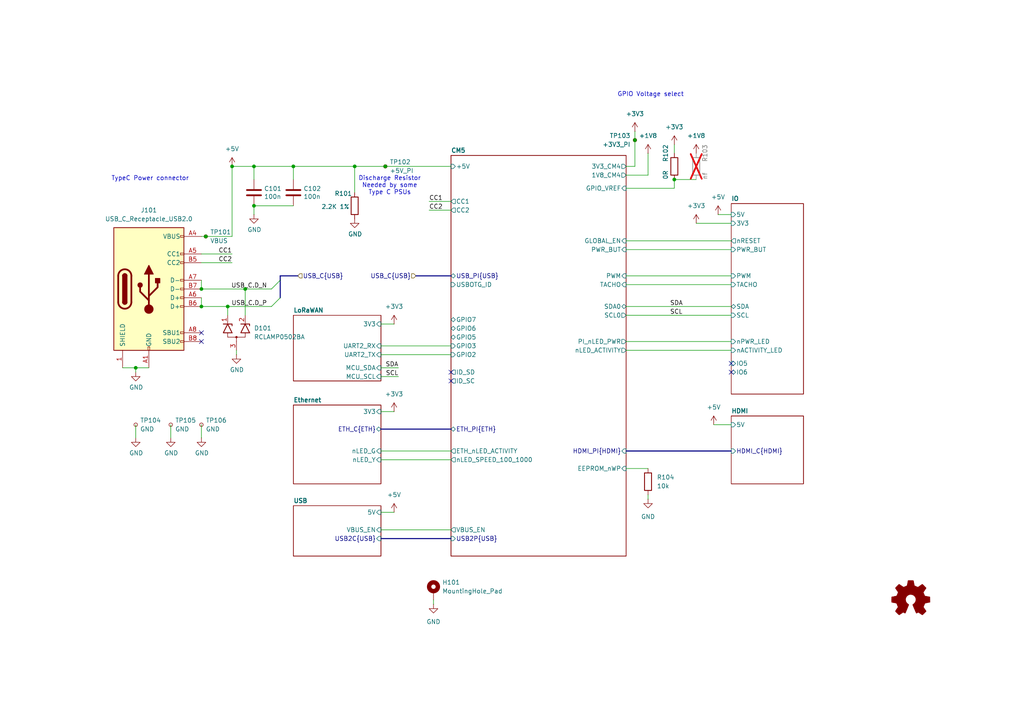
<source format=kicad_sch>
(kicad_sch (version 20231120) (generator "eeschema") (generator_version "8.0")
  (paper "A4")
  (title_block (title "CM5 MINIMA") (date "2024-12-17") (rev "1") (company "Pierluigi Colangeli"))
  (bus_alias "USB" (members "D_P" "D_N"))
  (junction (at 71.12 83.82))
  (junction (at 102.87 48.26))
  (junction (at 58.42 88.9))
  (junction (at 85.09 48.26))
  (junction (at 59.69 68.58))
  (junction (at 67.31 48.26))
  (junction (at 184.15 40.64))
  (junction (at 111.76 48.26))
  (junction (at 58.42 83.82))
  (junction (at 195.58 52.07))
  (junction (at 73.66 48.26))
  (junction (at 39.37 106.68))
  (junction (at 73.66 59.69))
  (junction (at 66.04 88.9))
  (no_connect (at 58.42 96.52))
  (no_connect (at 212.09 107.95))
  (no_connect (at 130.81 107.95))
  (no_connect (at 58.42 99.06))
  (no_connect (at 130.81 110.49))
  (no_connect (at 212.09 105.41))
  (bus_entry (at 78.74 83.82) (size 2.54 -2.54))
  (bus_entry (at 78.74 88.9) (size 2.54 -2.54))
  (wire (pts (xy 58.42 86.36) (xy 58.42 88.9)))
  (wire (pts (xy 73.66 48.26) (xy 85.09 48.26)))
  (wire (pts (xy 181.61 82.55) (xy 212.09 82.55)))
  (wire (pts (xy 181.61 69.85) (xy 212.09 69.85)))
  (wire (pts (xy 67.31 48.26) (xy 67.31 68.58)))
  (wire (pts (xy 67.31 68.58) (xy 59.69 68.58)))
  (wire (pts (xy 181.61 48.26) (xy 184.15 48.26)))
  (wire (pts (xy 71.12 83.82) (xy 78.74 83.82)))
  (wire (pts (xy 181.61 54.61) (xy 195.58 54.61)))
  (wire (pts (xy 85.09 52.07) (xy 85.09 48.26)))
  (wire (pts (xy 125.73 173.99) (xy 125.73 175.26)))
  (wire (pts (xy 195.58 52.07) (xy 201.93 52.07)))
  (wire (pts (xy 195.58 52.07) (xy 195.58 54.61)))
  (wire (pts (xy 58.42 123.19) (xy 58.42 127)))
  (wire (pts (xy 66.04 88.9) (xy 78.74 88.9)))
  (wire (pts (xy 181.61 88.9) (xy 212.09 88.9)))
  (wire (pts (xy 68.58 102.87) (xy 68.58 101.6)))
  (wire (pts (xy 184.15 40.64) (xy 184.15 48.26)))
  (bus (pts (xy 110.49 156.21) (xy 130.81 156.21)))
  (wire (pts (xy 110.49 109.22) (xy 115.57 109.22)))
  (bus (pts (xy 86.36 80.01) (xy 81.28 80.01)))
  (wire (pts (xy 110.49 153.67) (xy 130.81 153.67)))
  (wire (pts (xy 110.49 106.68) (xy 115.57 106.68)))
  (wire (pts (xy 208.28 62.23) (xy 212.09 62.23)))
  (wire (pts (xy 212.09 64.77) (xy 201.93 64.77)))
  (wire (pts (xy 124.46 60.96) (xy 130.81 60.96)))
  (wire (pts (xy 181.61 50.8) (xy 187.96 50.8)))
  (wire (pts (xy 58.42 81.28) (xy 58.42 83.82)))
  (wire (pts (xy 181.61 80.01) (xy 212.09 80.01)))
  (wire (pts (xy 181.61 101.6) (xy 212.09 101.6)))
  (wire (pts (xy 73.66 59.69) (xy 85.09 59.69)))
  (wire (pts (xy 66.04 88.9) (xy 66.04 91.44)))
  (wire (pts (xy 110.49 119.38) (xy 114.3 119.38)))
  (wire (pts (xy 110.49 102.87) (xy 130.81 102.87)))
  (wire (pts (xy 35.56 106.68) (xy 39.37 106.68)))
  (wire (pts (xy 187.96 143.51) (xy 187.96 144.78)))
  (wire (pts (xy 58.42 83.82) (xy 71.12 83.82)))
  (wire (pts (xy 130.81 48.26) (xy 111.76 48.26)))
  (wire (pts (xy 59.69 68.58) (xy 58.42 68.58)))
  (bus (pts (xy 181.61 130.81) (xy 212.09 130.81)))
  (wire (pts (xy 39.37 123.19) (xy 39.37 127)))
  (wire (pts (xy 67.31 48.26) (xy 73.66 48.26)))
  (wire (pts (xy 111.76 48.26) (xy 102.87 48.26)))
  (wire (pts (xy 110.49 93.98) (xy 114.3 93.98)))
  (wire (pts (xy 110.49 100.33) (xy 130.81 100.33)))
  (wire (pts (xy 73.66 59.69) (xy 73.66 62.23)))
  (wire (pts (xy 187.96 50.8) (xy 187.96 44.45)))
  (wire (pts (xy 124.46 58.42) (xy 130.81 58.42)))
  (wire (pts (xy 181.61 72.39) (xy 212.09 72.39)))
  (wire (pts (xy 58.42 73.66) (xy 67.31 73.66)))
  (wire (pts (xy 195.58 41.91) (xy 195.58 44.45)))
  (wire (pts (xy 39.37 106.68) (xy 43.18 106.68)))
  (wire (pts (xy 181.61 135.89) (xy 187.96 135.89)))
  (wire (pts (xy 184.15 38.1) (xy 184.15 40.64)))
  (wire (pts (xy 110.49 130.81) (xy 130.81 130.81)))
  (wire (pts (xy 58.42 76.2) (xy 67.31 76.2)))
  (wire (pts (xy 39.37 107.95) (xy 39.37 106.68)))
  (bus (pts (xy 110.49 124.46) (xy 130.81 124.46)))
  (bus (pts (xy 81.28 81.28) (xy 81.28 86.36)))
  (bus (pts (xy 120.65 80.01) (xy 130.81 80.01)))
  (wire (pts (xy 73.66 52.07) (xy 73.66 48.26)))
  (wire (pts (xy 71.12 83.82) (xy 71.12 91.44)))
  (wire (pts (xy 58.42 88.9) (xy 66.04 88.9)))
  (wire (pts (xy 110.49 133.35) (xy 130.81 133.35)))
  (wire (pts (xy 85.09 48.26) (xy 102.87 48.26)))
  (wire (pts (xy 207.01 123.19) (xy 212.09 123.19)))
  (bus (pts (xy 81.28 80.01) (xy 81.28 81.28)))
  (wire (pts (xy 49.53 123.19) (xy 49.53 127)))
  (wire (pts (xy 102.87 48.26) (xy 102.87 55.88)))
  (wire (pts (xy 181.61 99.06) (xy 212.09 99.06)))
  (wire (pts (xy 181.61 91.44) (xy 212.09 91.44)))
  (wire (pts (xy 110.49 148.59) (xy 114.3 148.59)))
  (polyline (pts (xy 245.3216 179.0314) (xy 245.3279 179.0318) (xy 245.3341 179.0324) (xy 245.3402 179.0334) (xy 245.3461 179.0345) (xy 245.352 179.036) (xy 245.3577 179.0377) (xy 245.3633 179.0396) (xy 245.3688 179.0418) (xy 245.3742 179.0443) (xy 245.3795 179.047) (xy 245.3846 179.05) (xy 245.3897 179.0533) (xy 245.3946 179.0568) (xy 245.3994 179.0606) (xy 245.4041 179.0646) (xy 245.4088 179.0687) (xy 245.4132 179.0731) (xy 245.4173 179.0777) (xy 245.4211 179.0827) (xy 245.4246 179.0879) (xy 245.4278 179.0935) (xy 245.4306 179.0993) (xy 245.4332 179.1054) (xy 245.4355 179.1118) (xy 245.4375 179.1185) (xy 245.4392 179.1254) (xy 245.4405 179.1327) (xy 245.4416 179.1403) (xy 245.4423 179.1481) (xy 245.4428 179.1562) (xy 245.4429 179.1647) (xy 245.443 179.861) (xy 245.4428 179.8694) (xy 245.4423 179.8776) (xy 245.4416 179.8855) (xy 245.4405 179.8931) (xy 245.4392 179.9004) (xy 245.4375 179.9075) (xy 245.4355 179.9142) (xy 245.4332 179.9208) (xy 245.4306 179.927) (xy 245.4278 179.9329) (xy 245.4246 179.9386) (xy 245.4211 179.944) (xy 245.4173 179.9492) (xy 245.4132 179.954) (xy 245.4088 179.9586) (xy 245.4041 179.9629) (xy 245.3994 179.9667) (xy 245.3946 179.9703) (xy 245.3897 179.9736) (xy 245.3846 179.9767) (xy 245.3795 179.9795) (xy 245.3742 179.9821) (xy 245.3688 179.9844) (xy 245.3633 179.9865) (xy 245.3577 179.9884) (xy 245.352 179.99) (xy 245.3461 179.9913) (xy 245.3402 179.9924) (xy 245.3341 179.9933) (xy 245.3279 179.9939) (xy 245.3216 179.9943) (xy 245.3152 179.9944) (xy 245.3087 179.9943) (xy 245.3024 179.9939) (xy 245.2962 179.9933) (xy 245.29 179.9924) (xy 245.284 179.9913) (xy 245.2781 179.99) (xy 245.2723 179.9884) (xy 245.2665 179.9865) (xy 245.2609 179.9844) (xy 245.2554 179.9821) (xy 245.25 179.9795) (xy 245.2446 179.9767) (xy 245.2394 179.9736) (xy 245.2343 179.9703) (xy 245.2293 179.9667) (xy 245.2244 179.9629) (xy 245.2199 179.9586) (xy 245.2157 179.954) (xy 245.2118 179.9492) (xy 245.2082 179.944) (xy 245.2049 179.9386) (xy 245.2018 179.9329) (xy 245.1991 179.927) (xy 245.1966 179.9207) (xy 245.1945 179.9142) (xy 245.1926 179.9075) (xy 245.191 179.9004) (xy 245.1897 179.8931) (xy 245.1887 179.8855) (xy 245.188 179.8776) (xy 245.1875 179.8694) (xy 245.1874 179.861) (xy 245.1874 179.1647) (xy 245.1875 179.1562) (xy 245.188 179.1481) (xy 245.1887 179.1403) (xy 245.1897 179.1327) (xy 245.191 179.1254) (xy 245.1926 179.1185) (xy 245.1945 179.1118) (xy 245.1966 179.1054) (xy 245.1991 179.0993) (xy 245.2018 179.0935) (xy 245.2049 179.0879) (xy 245.2082 179.0827) (xy 245.2118 179.0777) (xy 245.2157 179.0731) (xy 245.2199 179.0687) (xy 245.2244 179.0646) (xy 245.2293 179.0606) (xy 245.2343 179.0568) (xy 245.2394 179.0533) (xy 245.2446 179.05) (xy 245.25 179.047) (xy 245.2554 179.0443) (xy 245.2609 179.0418) (xy 245.2665 179.0396) (xy 245.2723 179.0377) (xy 245.2781 179.036) (xy 245.284 179.0345) (xy 245.29 179.0334) (xy 245.2962 179.0324) (xy 245.3024 179.0318) (xy 245.3087 179.0314) (xy 245.3152 179.0313) (xy 245.3216 179.0314)) (stroke (width -0.0001) (type solid)) (fill (type outline)))
  (polyline (pts (xy 246.3132 171.1995) (xy 246.3203 171.2065) (xy 246.3418 171.2335) (xy 246.3719 171.2762) (xy 246.4092 171.3328) (xy 246.4526 171.4012) (xy 246.5009 171.4797) (xy 246.5528 171.5663) (xy 246.6071 171.6591) (xy 246.8119 172.0127) (xy 246.929 172.2137) (xy 247.3866 172.9993) (xy 248.2553 174.4937) (xy 249.196 176.1112) (xy 250.0071 177.5053) (xy 250.689 178.676) (xy 251.0926 179.3692) (xy 251.2092 179.5695) (xy 251.5041 180.0767) (xy 251.5516 180.1591) (xy 251.596 180.2372) (xy 251.6362 180.3093) (xy 251.6713 180.3735) (xy 251.7002 180.4281) (xy 251.7221 180.4712) (xy 251.7301 180.4878) (xy 251.736 180.501) (xy 251.7396 180.5104) (xy 251.7408 180.5157) (xy 251.335 180.5314) (xy 250.0889 180.5455) (xy 244.906 180.5702) (xy 238.0712 180.5925) (xy 237.8282 180.1722) (xy 238.2866 180.1722) (xy 239.0458 180.1722) (xy 239.2348 180.1722) (xy 239.2348 178.8535) (xy 239.4182 178.8535) (xy 239.4182 180.1722) (xy 239.9812 180.1722) (xy 239.9812 179.9833) (xy 239.6071 179.9833) (xy 239.6071 179.5962) (xy 239.933 179.5962) (xy 239.933 179.4184) (xy 239.6071 179.4184) (xy 239.6071 179.0313) (xy 239.9812 179.0313) (xy 239.9812 178.8535) (xy 240.1034 178.8535) (xy 240.1034 180.1722) (xy 240.2923 180.1722) (xy 240.2923 179.6091) (xy 240.4053 179.6091) (xy 240.5812 180.1722) (xy 240.7813 180.1722) (xy 240.5775 179.5703) (xy 240.5887 179.5639) (xy 240.5993 179.5573) (xy 240.6096 179.5504) (xy 240.6194 179.5433) (xy 240.6288 179.5359) (xy 240.6378 179.5283) (xy 240.6463 179.5205) (xy 240.6544 179.5124) (xy 240.6621 179.504) (xy 240.6693 179.4954) (xy 240.6761 179.4866) (xy 240.6824 179.4775) (xy 240.6883 179.4682) (xy 240.6938 179.4586) (xy 240.6989 179.4488) (xy 240.7035 179.4388) (xy 240.708 179.4284) (xy 240.7122 179.4178) (xy 240.7161 179.407) (xy 240.7197 179.3958) (xy 240.723 179.3844) (xy 240.7261 179.3727) (xy 240.7288 179.3607) (xy 240.7313 179.3484) (xy 240.7334 179.3359) (xy 240.7353 179.3231) (xy 240.7369 179.31) (xy 240.7382 179.2967) (xy 240.7392 179.2831) (xy 240.7399 179.2692) (xy 240.7403 179.255) (xy 240.7405 179.2405) (xy 240.7402 179.2167) (xy 240.7392 179.1937) (xy 240.7376 179.1714) (xy 240.7353 179.1498) (xy 240.7323 179.129) (xy 240.7288 179.109) (xy 240.7245 179.0897) (xy 240.7197 179.0712) (xy 240.7141 179.0534) (xy 240.7079 179.0364) (xy 240.7011 179.0202) (xy 240.6936 179.0047) (xy 240.6855 178.9899) (xy 240.6767 178.9759) (xy 240.6673 178.9627) (xy 240.6572 178.9502) (xy 240.6464 178.9385) (xy 240.635 178.9276) (xy 240.623 178.9173) (xy 240.6103 178.9079) (xy 240.5969 178.8992) (xy 240.5829 178.8913) (xy 240.5683 178.8841) (xy 240.553 178.8777) (xy 240.537 178.872) (xy 240.5204 178.8671) (xy 240.5032 178.8629) (xy 240.4853 178.8595) (xy 240.4667 178.8569) (xy 240.4475 178.855) (xy 240.4277 178.8538) (xy 240.4073 178.8535) (xy 240.8924 178.8535) (xy 240.8924 180.1722) (xy 241.4555 180.1722) (xy 241.4555 179.9833) (xy 241.0813 179.9833) (xy 241.0813 179.8758) (xy 241.5776 179.8758) (xy 241.5777 179.8839) (xy 241.578 179.8919) (xy 241.5785 179.8998) (xy 241.5791 179.9077) (xy 241.58 179.9154) (xy 241.581 179.9231) (xy 241.5823 179.9308) (xy 241.5837 179.9383) (xy 241.5853 179.9458) (xy 241.5871 179.9532) (xy 241.5891 179.9606) (xy 241.5912 179.9678) (xy 241.5936 179.975) (xy 241.5961 179.9822) (xy 241.5989 179.9892) (xy 241.6018 179.9962) (xy 241.6049 180.0029) (xy 241.6081 180.0094) (xy 241.6115 180.0159) (xy 241.615 180.0224) (xy 241.6186 180.0287) (xy 241.6224 180.0349) (xy 241.6264 180.0411) (xy 241.6305 180.0471) (xy 241.6347 180.0531) (xy 241.6391 180.059) (xy 241.6436 180.0648) (xy 241.6483 180.0705) (xy 241.6531 180.0761) (xy 241.6581 180.0817) (xy 241.6632 180.0871) (xy 241.6684 180.0925) (xy 241.6738 180.0978) (xy 241.6792 180.1029) (xy 241.6848 180.1078) (xy 241.6904 180.1127) (xy 241.6961 180.1173) (xy 241.7019 180.1219) (xy 241.7078 180.1263) (xy 241.7138 180.1305) (xy 241.7199 180.1346) (xy 241.726 180.1386) (xy 241.7323 180.1424) (xy 241.7386 180.146) (xy 241.745 180.1496) (xy 241.7515 180.1529) (xy 241.7581 180.1562) (xy 241.7647 180.1592) (xy 241.7717 180.1622) (xy 241.7787 180.1649) (xy 241.7858 180.1674) (xy 241.793 180.1698) (xy 241.8002 180.1719) (xy 241.8075 180.1739) (xy 241.8148 180.1757) (xy 241.8222 180.1773) (xy 241.8296 180.1787) (xy 241.8371 180.1799) (xy 241.8447 180.181) (xy 241.8523 180.1818) (xy 241.8599 180.1825) (xy 241.8677 180.1829) (xy 241.8755 180.1832) (xy 241.8833 180.1833) (xy 241.8911 180.1832) (xy 241.8989 180.1829) (xy 241.9066 180.1825) (xy 241.9143 180.1818) (xy 241.9219 180.181) (xy 241.9295 180.1799) (xy 241.937 180.1787) (xy 241.9444 180.1773) (xy 241.9518 180.1757) (xy 241.9591 180.1739) (xy 241.9655 180.1722) (xy 242.3722 180.1722) (xy 242.5611 180.1722) (xy 242.5611 179.1647) (xy 242.7334 179.1647) (xy 242.7334 179.861) (xy 242.7335 179.8713) (xy 242.7338 179.8815) (xy 242.7343 179.8914) (xy 242.7351 179.9012) (xy 242.7361 179.9107) (xy 242.7373 179.9201) (xy 242.7387 179.9293) (xy 242.7403 179.9383) (xy 242.7422 179.9471) (xy 242.7442 179.9558) (xy 242.7465 179.9642) (xy 242.749 179.9725) (xy 242.7517 179.9805) (xy 242.7546 179.9884) (xy 242.7578 179.9961) (xy 242.7611 180.0036) (xy 242.7647 180.0109) (xy 242.7684 180.0181) (xy 242.7722 180.0251) (xy 242.7762 180.032) (xy 242.7803 180.0387) (xy 242.7846 180.0452) (xy 242.789 180.0516) (xy 242.7935 180.0578) (xy 242.7982 180.0639) (xy 242.8031 180.0698) (xy 242.8081 180.0755) (xy 242.8132 180.0811) (xy 242.8185 180.0865) (xy 242.8239 180.0918) (xy 242.8295 180.0969) (xy 242.8352 180.1018) (xy 242.8408 180.1068) (xy 242.8465 180.1117) (xy 242.8523 180.1164) (xy 242.8581 180.1209) (xy 242.8641 180.1253) (xy 242.8701 180.1295) (xy 242.8762 180.1335) (xy 242.8824 180.1374) (xy 242.8887 180.1412) (xy 242.8951 180.1447) (xy 242.9016 180.1482) (xy 242.9081 180.1514) (xy 242.9148 180.1545) (xy 242.9215 180.1575) (xy 242.9283 180.1602) (xy 242.9352 180.1629) (xy 242.9496 180.1676) (xy 242.9639 180.1718) (xy 242.9711 180.1736) (xy 242.9783 180.1753) (xy 242.9855 180.1768) (xy 242.9926 180.1782) (xy 242.9998 180.1794) (xy 243.007 180.1804) (xy 243.0142 180.1813) (xy 243.0214 180.182) (xy 243.0285 180.1826) (xy 243.0357 180.183) (xy 243.0429 180.1832) (xy 243.0501 180.1833) (xy 243.0572 180.1832) (xy 243.0644 180.183) (xy 243.0715 180.1826) (xy 243.0787 180.182) (xy 243.0858 180.1813) (xy 243.0929 180.1804) (xy 243.0999 180.1794) (xy 243.107 180.1782) (xy 243.1141 180.1768) (xy 243.1211 180.1753) (xy 243.1281 180.1736) (xy 243.1336 180.1722) (xy 243.539 180.1722) (xy 243.728 180.1722) (xy 243.728 179.8721) (xy 244.2447 179.8721) (xy 244.2448 179.8833) (xy 244.2451 179.8943) (xy 244.2457 179.905) (xy 244.2464 179.9155) (xy 244.2474 179.9258) (xy 244.2486 179.9358) (xy 244.25 179.9455) (xy 244.2516 179.955) (xy 244.2535 179.9643) (xy 244.2555 179.9733) (xy 244.2578 179.982) (xy 244.2603 179.9905) (xy 244.263 179.9988) (xy 244.266 180.0068) (xy 244.2691 180.0146) (xy 244.2725 180.0221) (xy 244.2762 180.0292) (xy 244.2801 180.0362) (xy 244.2841 180.043) (xy 244.2882 180.0496) (xy 244.2924 180.056) (xy 244.2968 180.0623) (xy 244.3012 180.0685) (xy 244.3058 180.0744) (xy 244.3105 180.0803) (xy 244.3153 180.0859) (xy 244.3202 180.0914) (xy 244.3252 180.0968) (xy 244.3304 180.102) (xy 244.3357 180.107) (xy 244.341 180.1119) (xy 244.3465 180.1166) (xy 244.3521 180.1211) (xy 244.3578 180.1255) (xy 244.3636 180.1297) (xy 244.3695 180.1337) (xy 244.3754 180.1376) (xy 244.3814 180.1412) (xy 244.3876 180.1447) (xy 244.3938 180.1481) (xy 244.4001 180.1512) (xy 244.4064 180.1542) (xy 244.4129 180.157) (xy 244.4195 180.1597) (xy 244.4261 180.1621) (xy 244.4328 180.1644) (xy 244.4397 180.1665) (xy 244.4466 180.1685) (xy 244.4604 180.1719) (xy 244.4742 180.1749) (xy 244.488 180.1775) (xy 244.5016 180.1796) (xy 244.5153 180.1812) (xy 244.5288 180.1824) (xy 244.5423 180.1831) (xy 244.5558 180.1833) (xy 244.5636 180.1832) (xy 244.5714 180.1829) (xy 244.5791 180.1825) (xy 244.5867 180.1818) (xy 244.5942 180.181) (xy 244.6017 180.1799) (xy 244.6091 180.1787) (xy 244.6164 180.1773) (xy 244.6237 180.1757) (xy 244.6309 180.1739) (xy 244.638 180.1719) (xy 244.645 180.1698) (xy 244.652 180.1674) (xy 244.6589 180.1649) (xy 244.6657 180.1622) (xy 244.6725 180.1592) (xy 244.6793 180.1559) (xy 244.6861 180.1525) (xy 244.6928 180.1489) (xy 244.6993 180.1452) (xy 244.7057 180.1414) (xy 244.712 180.1374) (xy 244.7182 180.1334) (xy 244.7243 180.1291) (xy 244.7303 180.1248) (xy 244.7361 180.1203) (xy 244.7419 180.1157) (xy 244.7475 180.111) (xy 244.753 180.1061) (xy 244.7583 180.1011) (xy 244.7636 180.096) (xy 244.7688 180.0907) (xy 244.7738 180.0853) (xy 244.7787 180.0799) (xy 244.7834 180.0743) (xy 244.788 180.0687) (xy 244.7924 180.063) (xy 244.7967 180.0572) (xy 244.8009 180.0513) (xy 244.8049 180.0453) (xy 244.8088 180.0393) (xy 244.8125 180.0331) (xy 244.8161 180.0269) (xy 244.8195 180.0205) (xy 244.8228 180.0141) (xy 244.826 180.0076) (xy 244.8289 180.0011) (xy 244.8318 179.9944) (xy 244.8347 179.9874) (xy 244.8374 179.9804) (xy 244.84 179.9734) (xy 244.8423 179.9663) (xy 244.8445 179.9591) (xy 244.8465 179.9519) (xy 244.8482 179.9447) (xy 244.8498 179.9374) (xy 244.8513 179.9301) (xy 244.8525 179.9228) (xy 244.8535 179.9154) (xy 244.8544 179.9079) (xy 244.855 179.9004) (xy 244.8555 179.8929) (xy 244.8558 179.8853) (xy 244.8559 179.8777) (xy 244.8559 179.7962) (xy 244.6669 179.7962) (xy 244.6669 179.861) (xy 244.6669 179.8658) (xy 244.6668 179.8705) (xy 244.6665 179.8751) (xy 244.6662 179.8796) (xy 244.6659 179.884) (xy 244.6654 179.8883) (xy 244.6648 179.8926) (xy 244.6642 179.8967) (xy 244.6634 179.9007) (xy 244.6626 179.9046) (xy 244.6617 179.9084) (xy 244.6607 179.9121) (xy 244.6596 179.9157) (xy 244.6584 179.9191) (xy 244.6572 179.9225) (xy 244.6558 179.9258) (xy 244.6544 179.929) (xy 244.653 179.9321) (xy 244.6515 179.9352) (xy 244.6499 179.9381) (xy 244.6483 179.941) (xy 244.6467 179.9437) (xy 244.645 179.9464) (xy 244.6433 179.949) (xy 244.6416 179.9515) (xy 244.6398 179.9539) (xy 244.6379 179.9563) (xy 244.636 179.9585) (xy 244.6341 179.9607) (xy 244.6321 179.9627) (xy 244.6301 179.9647) (xy 244.6281 179.9666) (xy 244.6257 179.9684) (xy 244.6234 179.9702) (xy 244.621 179.9719) (xy 244.6186 179.9736) (xy 244.6161 179.9751) (xy 244.6136 179.9767) (xy 244.6111 179.9781) (xy 244.6086 179.9795) (xy 244.606 179.9809) (xy 244.6034 179.9822) (xy 244.6008 179.9834) (xy 244.5982 179.9846) (xy 244.5955 179.9857) (xy 244.5928 179.9868) (xy 244.59 179.9878) (xy 244.5873 179.9888) (xy 244.5822 179.9901) (xy 244.5772 179.9912) (xy 244.5722 179.9922) (xy 244.5674 179.993) (xy 244.5625 179.9936) (xy 244.5578 179.994) (xy 244.553 179.9943) (xy 244.5484 179.9944) (xy 244.5404 179.9942) (xy 244.5328 179.9938) (xy 244.5254 179.993) (xy 244.5184 179.992) (xy 244.5117 179.9906) (xy 244.5052 179.9889) (xy 244.5021 179.988) (xy 244.4991 179.9869) (xy 244.4962 179.9858) (xy 244.4933 179.9847) (xy 244.4905 179.9834) (xy 244.4878 179.9821) (xy 244.4851 179.9807) (xy 244.4826 179.9792) (xy 244.4801 179.9776) (xy 244.4777 179.976) (xy 244.4753 179.9743) (xy 244.4731 179.9725) (xy 244.4709 179.9707) (xy 244.4688 179.9687) (xy 244.4667 179.9667) (xy 244.4648 179.9646) (xy 244.4629 179.9624) (xy 244.4611 179.9602) (xy 244.4593 179.9579) (xy 244.4577 179.9555) (xy 244.4548 179.9506) (xy 244.452 179.9455) (xy 244.4495 179.9403) (xy 244.4471 179.9349) (xy 244.445 179.9294) (xy 244.443 179.9237) (xy 244.4412 179.9179) (xy 244.4396 179.912) (xy 244.4382 179.9059) (xy 244.437 179.8996) (xy 244.436 179.8933) (xy 244.4351 179.8867) (xy 244.4345 179.8801) (xy 244.434 179.8733) (xy 244.4337 179.8663) (xy 244.4336 179.8592) (xy 244.4336 179.185) (xy 244.4337 179.1768) (xy 244.434 179.1687) (xy 244.4344 179.1608) (xy 244.435 179.1532) (xy 244.4358 179.1457) (xy 244.4367 179.1384) (xy 244.4378 179.1313) (xy 244.4391 179.1244) (xy 244.4406 179.1176) (xy 244.4423 179.1111) (xy 244.4441 179.1047) (xy 244.4461 179.0986) (xy 244.4482 179.0926) (xy 244.4506 179.0868) (xy 244.4531 179.0812) (xy 244.4558 179.0758) (xy 244.459 179.0704) (xy 244.4625 179.0653) (xy 244.4664 179.0606) (xy 244.4707 179.0563) (xy 244.4754 179.0523) (xy 244.4804 179.0487) (xy 244.4857 179.0454) (xy 244.4915 179.0424) (xy 244.4975 179.0398) (xy 244.504 179.0375) (xy 244.5108 179.0356) (xy 244.518 179.034) (xy 244.5255 179.0328) (xy 244.5334 179.032) (xy 244.5417 179.0314) (xy 244.5503 179.0313) (xy 244.5569 179.0314) (xy 244.5634 179.0319) (xy 244.5696 179.0327) (xy 244.5757 179.0338) (xy 244.5817 179.0353) (xy 244.5874 179.037) (xy 244.593 179.0391) (xy 244.5984 179.0415) (xy 244.6037 179.0442) (xy 244.6087 179.0472) (xy 244.6136 179.0506) (xy 244.6183 179.0542) (xy 244.6229 179.0582) (xy 244.6273 179.0625) (xy 244.6314 179.0671) (xy 244.6355 179.072) (xy 244.6393 179.0772) (xy 244.6428 179.0825) (xy 244.6462 179.0879) (xy 244.6492 179.0933) (xy 244.6521 179.099) (xy 244.6546 179.1047) (xy 244.657 179.1105) (xy 244.6591 179.1165) (xy 244.6609 179.1226) (xy 244.6625 179.1288) (xy 244.6639 179.1351) (xy 244.665 179.1415) (xy 244.6658 179.148) (xy 244.6664 179.1547) (xy 244.6668 179.1615) (xy 244.6669 179.1684) (xy 244.6669 179.2313) (xy 244.8559 179.2313) (xy 244.8559 179.1647) (xy 244.9985 179.1647) (xy 244.9985 179.861) (xy 244.9986 179.8713) (xy 244.9989 179.8815) (xy 244.9994 179.8914) (xy 245.0002 179.9012) (xy 245.0012 179.9107) (xy 245.0024 179.9201) (xy 245.0038 179.9293) (xy 245.0054 179.9383) (xy 245.0072 179.9471) (xy 245.0093 179.9558) (xy 245.0116 179.9642) (xy 245.0141 179.9725) (xy 245.0168 179.9805) (xy 245.0197 179.9884) (xy 245.0229 179.9961) (xy 245.0262 180.0036) (xy 245.0298 180.0109) (xy 245.0335 180.0181) (xy 245.0373 180.0251) (xy 245.0413 180.032) (xy 245.0454 180.0387) (xy 245.0497 180.0452) (xy 245.0541 180.0516) (xy 245.0586 180.0578) (xy 245.0633 180.0639) (xy 245.0682 180.0698) (xy 245.0732 180.0755) (xy 245.0783 180.0811) (xy 245.0836 180.0865) (xy 245.089 180.0918) (xy 245.0946 180.0969) (xy 245.1003 180.1018) (xy 245.1059 180.1068) (xy 245.1116 180.1117) (xy 245.1174 180.1164) (xy 245.1232 180.1209) (xy 245.1292 180.1253) (xy 245.1352 180.1295) (xy 245.1413 180.1335) (xy 245.1475 180.1374) (xy 245.1538 180.1412) (xy 245.1602 180.1447) (xy 245.1667 180.1482) (xy 245.1732 180.1514) (xy 245.1799 180.1545) (xy 245.1866 180.1575) (xy 245.1934 180.1602) (xy 245.2003 180.1629) (xy 245.2147 180.1676) (xy 245.229 180.1718) (xy 245.2362 180.1736) (xy 245.2434 180.1753) (xy 245.2506 180.1768) (xy 245.2577 180.1782) (xy 245.2649 180.1794) (xy 245.2721 180.1804) (xy 245.2793 180.1813) (xy 245.2865 180.182) (xy 245.2936 180.1826) (xy 245.3008 180.183) (xy 245.308 180.1832) (xy 245.3152 180.1833) (xy 245.3223 180.1832) (xy 245.3295 180.183) (xy 245.3366 180.1826) (xy 245.3438 180.182) (xy 245.3509 180.1813) (xy 245.358 180.1804) (xy 245.365 180.1794) (xy 245.3721 180.1782) (xy 245.3792 180.1768) (xy 245.3862 180.1753) (xy 245.3932 180.1736) (xy 245.3987 180.1722) (xy 245.7985 180.1722) (xy 246.3616 180.1722) (xy 246.3987 180.1722) (xy 246.5876 180.1722) (xy 246.6431 179.8888) (xy 246.9006 179.8888) (xy 246.9561 180.1722) (xy 247.145 180.1722) (xy 246.8506 178.8535) (xy 247.2302 178.8535) (xy 247.2302 180.1722) (xy 247.4191 180.1722) (xy 247.4191 179.3794) (xy 247.4228 179.3794) (xy 247.7118 180.1722) (xy 247.8895 180.1722) (xy 247.8895 179.861) (xy 248.0488 179.861) (xy 248.0489 179.8713) (xy 248.0492 179.8815) (xy 248.0498 179.8914) (xy 248.0505 179.9012) (xy 248.0515 179.9107) (xy 248.0527 179.9201) (xy 248.0541 179.9293) (xy 248.0558 179.9383) (xy 248.0576 179.9471) (xy 248.0597 179.9558) (xy 248.062 179.9642) (xy 248.0645 179.9725) (xy 248.0672 179.9805) (xy 248.0701 179.9884) (xy 248.0733 179.9961) (xy 248.0767 180.0036) (xy 248.0802 180.0109) (xy 248.0839 180.0181) (xy 248.0877 180.0251) (xy 248.0917 180.032) (xy 248.0958 180.0387) (xy 248.1001 180.0452) (xy 248.1045 180.0516) (xy 248.1091 180.0578) (xy 248.1138 180.0639) (xy 248.1186 180.0698) (xy 248.1236 180.0755) (xy 248.1287 180.0811) (xy 248.134 180.0865) (xy 248.1394 180.0918) (xy 248.145 180.0969) (xy 248.1507 180.1018) (xy 248.1563 180.1068) (xy 248.162 180.1117) (xy 248.1678 180.1164) (xy 248.1736 180.1209) (xy 248.1796 180.1253) (xy 248.1856 180.1295) (xy 248.1917 180.1335) (xy 248.1979 180.1374) (xy 248.2042 180.1412) (xy 248.2106 180.1447) (xy 248.2171 180.1482) (xy 248.2236 180.1514) (xy 248.2303 180.1545) (xy 248.237 180.1575) (xy 248.2438 180.1602) (xy 248.2507 180.1629) (xy 248.2651 180.1676) (xy 248.2794 180.1718) (xy 248.2866 180.1736) (xy 248.2938 180.1753) (xy 248.3009 180.1768) (xy 248.3081 180.1782) (xy 248.3153 180.1794) (xy 248.3225 180.1804) (xy 248.3296 180.1813) (xy 248.3368 180.182) (xy 248.344 180.1826) (xy 248.3511 180.183) (xy 248.3583 180.1832) (xy 248.3655 180.1833) (xy 248.3727 180.1832) (xy 248.3798 180.183) (xy 248.387 180.1826) (xy 248.3941 180.182) (xy 248.4012 180.1813) (xy 248.4083 180.1804) (xy 248.4154 180.1794) (xy 248.4225 180.1782) (xy 248.4295 180.1768) (xy 248.4366 180.1753) (xy 248.4436 180.1736) (xy 248.4491 180.1722) (xy 248.849 180.1722) (xy 249.412 180.1722) (xy 249.5342 180.1722) (xy 250.0972 180.1722) (xy 250.225 180.1722) (xy 250.4139 180.1722) (xy 250.4139 178.8535) (xy 250.225 178.8535) (xy 250.225 180.1722) (xy 250.0972 180.1722) (xy 250.0972 179.9833) (xy 249.7231 179.9833) (xy 249.7231 178.8535) (xy 249.5342 178.8535) (xy 249.5342 180.1722) (xy 249.412 180.1722) (xy 249.412 179.9833) (xy 249.0379 179.9833) (xy 249.0379 179.5962) (xy 249.3638 179.5962) (xy 249.3638 179.4184) (xy 249.0379 179.4184) (xy 249.0379 179.0313) (xy 249.412 179.0313) (xy 249.412 178.8535) (xy 248.849 178.8535) (xy 248.849 180.1722) (xy 248.4491 180.1722) (xy 248.4506 180.1718) (xy 248.4576 180.1698) (xy 248.4646 180.1676) (xy 248.4716 180.1653) (xy 248.4785 180.1629) (xy 248.4857 180.1602) (xy 248.4927 180.1574) (xy 248.4997 180.1545) (xy 248.5066 180.1514) (xy 248.5133 180.1482) (xy 248.52 180.1447) (xy 248.5267 180.1412) (xy 248.5332 180.1374) (xy 248.5396 180.1335) (xy 248.546 180.1295) (xy 248.5522 180.1253) (xy 248.5584 180.1209) (xy 248.5645 180.1164) (xy 248.5705 180.1117) (xy 248.5764 180.1068) (xy 248.5823 180.1018) (xy 248.5878 180.0969) (xy 248.5931 180.0918) (xy 248.5983 180.0865) (xy 248.6034 180.0811) (xy 248.6084 180.0755) (xy 248.6132 180.0698) (xy 248.6179 180.0639) (xy 248.6225 180.0578) (xy 248.627 180.0516) (xy 248.6313 180.0452) (xy 248.6355 180.0387) (xy 248.6395 180.032) (xy 248.6434 180.0251) (xy 248.6472 180.0181) (xy 248.6509 180.0109) (xy 248.6544 180.0036) (xy 248.6578 179.9961) (xy 248.6609 179.9884) (xy 248.6639 179.9805) (xy 248.6666 179.9725) (xy 248.6691 179.9642) (xy 248.6714 179.9558) (xy 248.6735 179.9471) (xy 248.6753 179.9383) (xy 248.6769 179.9293) (xy 248.6784 179.9201) (xy 248.6796 179.9107) (xy 248.6805 179.9012) (xy 248.6813 179.8914) (xy 248.6818 179.8815) (xy 248.6822 179.8713) (xy 248.6823 179.861) (xy 248.6823 179.4462) (xy 248.3433 179.4462) (xy 248.3433 179.6128) (xy 248.4934 179.6128) (xy 248.4934 179.861) (xy 248.4932 179.8694) (xy 248.4928 179.8776) (xy 248.492 179.8855) (xy 248.4909 179.8931) (xy 248.4896 179.9004) (xy 248.4879 179.9075) (xy 248.4859 179.9142) (xy 248.4836 179.9207) (xy 248.481 179.927) (xy 248.4781 179.9329) (xy 248.4749 179.9386) (xy 248.4714 179.944) (xy 248.4676 179.9492) (xy 248.4635 179.954) (xy 248.4591 179.9586) (xy 248.4544 179.9629) (xy 248.4497 179.9667) (xy 248.4449 179.9703) (xy 248.44 179.9736) (xy 248.4349 179.9767) (xy 248.4298 179.9795) (xy 248.4245 179.9821) (xy 248.4191 179.9844) (xy 248.4137 179.9865) (xy 248.408 179.9884) (xy 248.4023 179.99) (xy 248.3965 179.9913) (xy 248.3905 179.9924) (xy 248.3844 179.9933) (xy 248.3782 179.9939) (xy 248.3719 179.9943) (xy 248.3655 179.9944) (xy 248.3591 179.9943) (xy 248.3527 179.9939) (xy 248.3465 179.9933) (xy 248.3404 179.9924) (xy 248.3344 179.9913) (xy 248.3284 179.99) (xy 248.3226 179.9884) (xy 248.3169 179.9865) (xy 248.3113 179.9844) (xy 248.3058 179.9821) (xy 248.3004 179.9795) (xy 248.295 179.9767) (xy 248.2898 179.9736) (xy 248.2847 179.9703) (xy 248.2797 179.9667) (xy 248.2748 179.9629) (xy 248.2703 179.9586) (xy 248.2661 179.954) (xy 248.2622 179.9492) (xy 248.2586 179.944) (xy 248.2553 179.9386) (xy 248.2522 179.9329) (xy 248.2495 179.927) (xy 248.247 179.9207) (xy 248.2448 179.9142) (xy 248.2429 179.9075) (xy 248.2413 179.9004) (xy 248.24 179.8931) (xy 248.239 179.8855) (xy 248.2383 179.8776) (xy 248.2379 179.8694) (xy 248.2377 179.861) (xy 248.2377 179.1647) (xy 248.2379 179.1562) (xy 248.2383 179.1481) (xy 248.239 179.1403) (xy 248.24 179.1327) (xy 248.2413 179.1254) (xy 248.2429 179.1185) (xy 248.2448 179.1118) (xy 248.247 179.1054) (xy 248.2495 179.0993) (xy 248.2522 179.0935) (xy 248.2553 179.0879) (xy 248.2586 179.0827) (xy 248.2622 179.0777) (xy 248.2661 179.0731) (xy 248.2703 179.0687) (xy 248.2748 179.0646) (xy 248.2797 179.0606) (xy 248.2847 179.0568) (xy 248.2898 179.0533) (xy 248.295 179.05) (xy 248.3004 179.047) (xy 248.3058 179.0443) (xy 248.3113 179.0418) (xy 248.3169 179.0396) (xy 248.3226 179.0377) (xy 248.3284 179.036) (xy 248.3344 179.0345) (xy 248.3404 179.0334) (xy 248.3465 179.0324) (xy 248.3527 179.0318) (xy 248.3591 179.0314) (xy 248.3655 179.0313) (xy 248.3719 179.0314) (xy 248.3782 179.0318) (xy 248.3844 179.0324) (xy 248.3905 179.0334) (xy 248.3965 179.0345) (xy 248.4023 179.036) (xy 248.408 179.0377) (xy 248.4137 179.0396) (xy 248.4191 179.0418) (xy 248.4245 179.0443) (xy 248.4298 179.047) (xy 248.4349 179.05) (xy 248.44 179.0533) (xy 248.4449 179.0568) (xy 248.4497 179.0606) (xy 248.4544 179.0646) (xy 248.4591 179.0687) (xy 248.4635 179.0731) (xy 248.4676 179.0777) (xy 248.4714 179.0827) (xy 248.4749 179.0879) (xy 248.4781 179.0935) (xy 248.481 179.0993) (xy 248.4836 179.1054) (xy 248.4859 179.1118) (xy 248.4879 179.1185) (xy 248.4896 179.1254) (xy 248.4909 179.1327) (xy 248.492 179.1403) (xy 248.4928 179.1481) (xy 248.4932 179.1562) (xy 248.4934 179.1647) (xy 248.4934 179.2313) (xy 248.6823 179.2313) (xy 248.6823 179.1647) (xy 248.6822 179.1548) (xy 248.6819 179.145) (xy 248.6813 179.1354) (xy 248.6805 179.126) (xy 248.6796 179.1167) (xy 248.6784 179.1075) (xy 248.6769 179.0985) (xy 248.6753 179.0896) (xy 248.6735 179.0809) (xy 248.6714 179.0723) (xy 248.6691 179.0639) (xy 248.6666 179.0556) (xy 248.6639 179.0474) (xy 248.6609 179.0394) (xy 248.6578 179.0316) (xy 248.6544 179.0238) (xy 248.6509 179.0163) (xy 248.6472 179.0089) (xy 248.6434 179.0016) (xy 248.6395 178.9946) (xy 248.6355 178.9876) (xy 248.6313 178.9809) (xy 248.627 178.9743) (xy 248.6225 178.9678) (xy 248.6179 178.9616) (xy 248.6132 178.9554) (xy 248.6084 178.9495) (xy 248.6034 178.9437) (xy 248.5983 178.938) (xy 248.5931 178.9325) (xy 248.5878 178.9272) (xy 248.5823 178.922) (xy 248.5764 178.9172) (xy 248.5705 178.9126) (xy 248.5645 178.9081) (xy 248.5584 178.9037) (xy 248.5522 178.8995) (xy 248.546 178.8955) (xy 248.5396 178.8915) (xy 248.5332 178.8878) (xy 248.5267 178.8841) (xy 248.52 178.8807) (xy 248.5133 178.8773) (xy 248.5066 178.8741) (xy 248.4997 178.8711) (xy 248.4927 178.8682) (xy 248.4857 178.8654) (xy 248.4785 178.8628) (xy 248.4716 178.8603) (xy 248.4646 178.858) (xy 248.4576 178.8559) (xy 248.4506 178.8539) (xy 248.4436 178.852) (xy 248.4366 178.8504) (xy 248.4295 178.8488) (xy 248.4225 178.8475) (xy 248.4154 178.8463) (xy 248.4083 178.8452) (xy 248.4012 178.8444) (xy 248.3941 178.8436) (xy 248.387 178.8431) (xy 248.3798 178.8427) (xy 248.3727 178.8424) (xy 248.3655 178.8423) (xy 248.3583 178.8424) (xy 248.3511 178.8427) (xy 248.344 178.8431) (xy 248.3368 178.8436) (xy 248.3296 178.8444) (xy 248.3225 178.8452) (xy 248.3153 178.8463) (xy 248.3081 178.8475) (xy 248.3009 178.8488) (xy 248.2938 178.8504) (xy 248.2866 178.852) (xy 248.2794 178.8539) (xy 248.2651 178.858) (xy 248.2507 178.8628) (xy 248.2438 178.8654) (xy 248.237 178.8682) (xy 248.2303 178.8711) (xy 248.2237 178.8741) (xy 248.2171 178.8773) (xy 248.2106 178.8807) (xy 248.2042 178.8841) (xy 248.198 178.8878) (xy 248.1917 178.8915) (xy 248.1856 178.8955) (xy 248.1796 178.8995) (xy 248.1736 178.9037) (xy 248.1678 178.9081) (xy 248.162 178.9126) (xy 248.1563 178.9172) (xy 248.1507 178.922) (xy 248.145 178.9272) (xy 248.1394 178.9325) (xy 248.134 178.938) (xy 248.1287 178.9437) (xy 248.1236 178.9495) (xy 248.1186 178.9554) (xy 248.1138 178.9616) (xy 248.1091 178.9678) (xy 248.1045 178.9743) (xy 248.1001 178.9809) (xy 248.0958 178.9876) (xy 248.0917 178.9946) (xy 248.0877 179.0016) (xy 248.0839 179.0089) (xy 248.0802 179.0163) (xy 248.0767 179.0238) (xy 248.0733 179.0316) (xy 248.0701 179.0394) (xy 248.0672 179.0474) (xy 248.0645 179.0556) (xy 248.062 179.0639) (xy 248.0597 179.0723) (xy 248.0576 179.0809) (xy 248.0558 179.0896) (xy 248.0541 179.0985) (xy 248.0527 179.1075) (xy 248.0515 179.1167) (xy 248.0505 179.126) (xy 248.0498 179.1354) (xy 248.0492 179.145) (xy 248.0489 179.1548) (xy 248.0488 179.1647) (xy 248.0488 179.861) (xy 247.8895 179.861) (xy 247.8895 178.8535) (xy 247.7006 178.8535) (xy 247.7006 179.648) (xy 247.6969 179.648) (xy 247.4117 178.8535) (xy 247.2302 178.8535) (xy 246.8506 178.8535) (xy 246.6931 178.8535) (xy 246.3987 180.1722) (xy 246.3616 180.1722) (xy 246.3616 179.9833) (xy 245.9875 179.9833) (xy 245.9875 178.8535) (xy 245.7985 178.8535) (xy 245.7985 180.1722) (xy 245.3987 180.1722) (xy 245.4002 180.1718) (xy 245.4072 180.1698) (xy 245.4142 180.1676) (xy 245.4212 180.1653) (xy 245.4281 180.1629) (xy 245.4353 180.1602) (xy 245.4423 180.1575) (xy 245.4493 180.1545) (xy 245.4561 180.1514) (xy 245.4629 180.1482) (xy 245.4696 180.1447) (xy 245.4762 180.1412) (xy 245.4828 180.1374) (xy 245.4892 180.1335) (xy 245.4956 180.1295) (xy 245.5018 180.1253) (xy 245.508 180.1209) (xy 245.5141 180.1164) (xy 245.5201 180.1117) (xy 245.526 180.1068) (xy 245.5318 180.1018) (xy 245.5373 180.0969) (xy 245.5427 180.0918) (xy 245.5479 180.0865) (xy 245.553 180.0811) (xy 245.558 180.0755) (xy 245.5628 180.0698) (xy 245.5676 180.0639) (xy 245.5721 180.0578) (xy 245.5766 180.0516) (xy 245.5809 180.0452) (xy 245.5851 180.0387) (xy 245.5892 180.032) (xy 245.5931 180.0251) (xy 245.5969 180.0181) (xy 245.6006 180.0109) (xy 245.6041 180.0036) (xy 245.6075 179.9961) (xy 245.6106 179.9884) (xy 245.6135 179.9805) (xy 245.6163 179.9725) (xy 245.6187 179.9642) (xy 245.621 179.9558) (xy 245.6231 179.9471) (xy 245.6249 179.9383) (xy 245.6266 179.9293) (xy 245.628 179.9201) (xy 245.6292 179.9107) (xy 245.6301 179.9012) (xy 245.6309 179.8914) (xy 245.6314 179.8815) (xy 245.6318 179.8713) (xy 245.6319 179.861) (xy 245.6319 179.1647) (xy 245.6318 179.1548) (xy 245.6314 179.145) (xy 245.6309 179.1354) (xy 245.6301 179.126) (xy 245.6292 179.1167) (xy 245.628 179.1075) (xy 245.6266 179.0985) (xy 245.6249 179.0896) (xy 245.6231 179.0809) (xy 245.621 179.0723) (xy 245.6187 179.0639) (xy 245.6163 179.0556) (xy 245.6135 179.0474) (xy 245.6106 179.0394) (xy 245.6075 179.0316) (xy 245.6041 179.0238) (xy 245.6006 179.0163) (xy 245.5969 179.0089) (xy 245.5931 179.0016) (xy 245.5892 178.9946) (xy 245.5851 178.9876) (xy 245.5809 178.9809) (xy 245.5766 178.9743) (xy 245.5721 178.9678) (xy 245.5676 178.9616) (xy 245.5628 178.9554) (xy 245.558 178.9495) (xy 245.553 178.9437) (xy 245.5479 178.938) (xy 245.5427 178.9325) (xy 245.5373 178.9272) (xy 245.5318 178.922) (xy 245.526 178.9172) (xy 245.5201 178.9126) (xy 245.5141 178.9081) (xy 245.508 178.9037) (xy 245.5018 178.8995) (xy 245.4956 178.8955) (xy 245.4892 178.8915) (xy 245.4828 178.8878) (xy 245.4762 178.8841) (xy 245.4696 178.8807) (xy 245.4629 178.8773) (xy 245.4561 178.8741) (xy 245.4493 178.8711) (xy 245.4423 178.8682) (xy 245.4353 178.8654) (xy 245.4281 178.8628) (xy 245.4212 178.8603) (xy 245.4142 178.858) (xy 245.4072 178.8559) (xy 245.4002 178.8539) (xy 245.3932 178.852) (xy 245.3862 178.8504) (xy 245.3792 178.8488) (xy 245.3721 178.8475) (xy 245.365 178.8463) (xy 245.358 178.8452) (xy 245.3509 178.8444) (xy 245.3438 178.8436) (xy 245.3366 178.8431) (xy 245.3295 178.8427) (xy 245.3223 178.8424) (xy 245.3152 178.8423) (xy 245.308 178.8424) (xy 245.3008 178.8427) (xy 245.2936 178.8431) (xy 245.2865 178.8436) (xy 245.2793 178.8444) (xy 245.2721 178.8452) (xy 245.2649 178.8463) (xy 245.2577 178.8475) (xy 245.2506 178.8488) (xy 245.2434 178.8504) (xy 245.2362 178.852) (xy 245.229 178.8539) (xy 245.2147 178.858) (xy 245.2003 178.8628) (xy 245.1934 178.8654) (xy 245.1866 178.8682) (xy 245.1799 178.8711) (xy 245.1732 178.8741) (xy 245.1667 178.8773) (xy 245.1602 178.8807) (xy 245.1538 178.8841) (xy 245.1475 178.8878) (xy 245.1413 178.8915) (xy 245.1352 178.8955) (xy 245.1292 178.8995) (xy 245.1232 178.9037) (xy 245.1174 178.9081) (xy 245.1116 178.9126) (xy 245.1059 178.9172) (xy 245.1003 178.922) (xy 245.0946 178.9272) (xy 245.089 178.9325) (xy 245.0836 178.938) (xy 245.0783 178.9437) (xy 245.0732 178.9495) (xy 245.0682 178.9554) (xy 245.0633 178.9616) (xy 245.0586 178.9678) (xy 245.0541 178.9743) (xy 245.0497 178.9809) (xy 245.0454 178.9876) (xy 245.0413 178.9946) (xy 245.0373 179.0016) (xy 245.0335 179.0089) (xy 245.0298 179.0163) (xy 245.0262 179.0238) (xy 245.0229 179.0316) (xy 245.0197 179.0394) (xy 245.0168 179.0474) (xy 245.0141 179.0556) (xy 245.0116 179.0639) (xy 245.0093 179.0723) (xy 245.0072 179.0809) (xy 245.0054 179.0896) (xy 245.0038 179.0985) (xy 245.0024 179.1075) (xy 245.0012 179.1167) (xy 245.0002 179.126) (xy 244.9994 179.1354) (xy 244.9989 179.145) (xy 244.9986 179.1548) (xy 244.9985 179.1647) (xy 244.8559 179.1647) (xy 244.8559 179.1572) (xy 244.8558 179.1487) (xy 244.8555 179.1403) (xy 244.855 179.1319) (xy 244.8544 179.1237) (xy 244.8535 179.1155) (xy 244.8525 179.1074) (xy 244.8513 179.0994) (xy 244.8498 179.0915) (xy 244.8482 179.0836) (xy 244.8465 179.0759) (xy 244.8445 179.0682) (xy 244.8423 179.0607) (xy 244.84 179.0532) (xy 244.8374 179.0458) (xy 244.8347 179.0385) (xy 244.8318 179.0313) (xy 244.8289 179.0239) (xy 244.826 179.0167) (xy 244.8228 179.0096) (xy 244.8195 179.0027) (xy 244.8161 178.9959) (xy 244.8125 178.9892) (xy 244.8088 178.9826) (xy 244.8049 178.9762) (xy 244.8009 178.9699) (xy 244.7967 178.9637) (xy 244.7924 178.9577) (xy 244.788 178.9518) (xy 244.7834 178.946) (xy 244.7787 178.9403) (xy 244.7738 178.9348) (xy 244.7688 178.9294) (xy 244.7582 178.9189) (xy 244.7471 178.909) (xy 244.7358 178.8998) (xy 244.724 178.8913) (xy 244.7118 178.8835) (xy 244.6992 178.8764) (xy 244.6863 178.8699) (xy 244.6729 178.8641) (xy 244.6592 178.859) (xy 244.6451 178.8546) (xy 244.6305 178.8509) (xy 244.6156 178.8478) (xy 244.6003 178.8454) (xy 244.5846 178.8437) (xy 244.5686 178.8427) (xy 244.5521 178.8423) (xy 244.5436 178.8424) (xy 244.5351 178.8427) (xy 244.5268 178.8432) (xy 244.5185 178.8439) (xy 244.5104 178.8447) (xy 244.5023 178.8458) (xy 244.4943 178.847) (xy 244.4864 178.8484) (xy 244.4785 178.85) (xy 244.4708 178.8518) (xy 244.4632 178.8538) (xy 244.4556 178.856) (xy 244.4481 178.8583) (xy 244.4407 178.8608) (xy 244.4334 178.8636) (xy 244.4262 178.8665) (xy 244.4193 178.8693) (xy 244.4125 178.8723) (xy 244.4059 178.8755) (xy 244.3993 178.8788) (xy 244.3929 178.8822) (xy 244.3866 178.8858) (xy 244.3804 178.8895) (xy 244.3743 178.8933) (xy 244.3684 178.8973) (xy 244.3625 178.9015) (xy 244.3568 178.9058) (xy 244.3512 178.9102) (xy 244.3457 178.9148) (xy 244.3403 178.9195) (xy 244.335 178.9244) (xy 244.3299 178.9294) (xy 244.3249 178.9346) (xy 244.32 178.9399) (xy 244.3153 178.9452) (xy 244.3107 178.9507) (xy 244.3062 178.9563) (xy 244.3019 178.9621) (xy 244.2978 178.9679) (xy 244.2937 178.9739) (xy 244.2899 178.98) (xy 244.2862 178.9862) (xy 244.2826 178.9925) (xy 244.2791 178.9989) (xy 244.2759 179.0054) (xy 244.2727 179.0121) (xy 244.2697 179.0189) (xy 244.2669 179.0257) (xy 244.2642 179.0327) (xy 244.2617 179.0398) (xy 244.2593 179.0469) (xy 244.2571 179.0541) (xy 244.2552 179.0614) (xy 244.2533 179.0687) (xy 244.2517 179.0761) (xy 244.2502 179.0836) (xy 244.2489 179.0912) (xy 244.2478 179.0988) (xy 244.2469 179.1065) (xy 244.2461 179.1143) (xy 244.2455 179.1221) (xy 244.245 179.1301) (xy 244.2448 179.138) (xy 244.2447 179.1461) (xy 244.2447 179.8721) (xy 243.728 179.8721) (xy 243.728 178.8535) (xy 243.5391 178.8535) (xy 243.539 180.1722) (xy 243.1336 180.1722) (xy 243.1351 180.1718) (xy 243.1421 180.1698) (xy 243.1491 180.1676) (xy 243.1561 180.1653) (xy 243.163 180.1629) (xy 243.1702 180.1602) (xy 243.1772 180.1575) (xy 243.1842 180.1545) (xy 243.191 180.1514) (xy 243.1978 180.1482) (xy 243.2045 180.1447) (xy 243.2111 180.1412) (xy 243.2177 180.1374) (xy 243.2241 180.1335) (xy 243.2305 180.1295) (xy 243.2367 180.1253) (xy 243.2429 180.1209) (xy 243.249 180.1164) (xy 243.255 180.1117) (xy 243.2609 180.1068) (xy 243.2668 180.1018) (xy 243.2722 180.0969) (xy 243.2776 180.0918) (xy 243.2828 180.0865) (xy 243.2879 180.0811) (xy 243.2929 180.0755) (xy 243.2978 180.0698) (xy 243.3025 180.0639) (xy 243.307 180.0578) (xy 243.3115 180.0516) (xy 243.3158 180.0452) (xy 243.32 180.0387) (xy 243.3241 180.032) (xy 243.328 180.0251) (xy 243.3318 180.0181) (xy 243.3355 180.0109) (xy 243.339 180.0036) (xy 243.3424 179.9961) (xy 243.3455 179.9884) (xy 243.3484 179.9805) (xy 243.3512 179.9725) (xy 243.3537 179.9642) (xy 243.3559 179.9558) (xy 243.358 179.9471) (xy 243.3598 179.9383) (xy 243.3615 179.9293) (xy 243.3629 179.9201) (xy 243.3641 179.9107) (xy 243.365 179.9012) (xy 243.3658 179.8914) (xy 243.3663 179.8815) (xy 243.3667 179.8713) (xy 243.3668 179.861) (xy 243.3668 179.4462) (xy 243.0278 179.4462) (xy 243.0278 179.6128) (xy 243.1779 179.6128) (xy 243.1779 179.861) (xy 243.1777 179.8694) (xy 243.1772 179.8776) (xy 243.1765 179.8855) (xy 243.1754 179.8931) (xy 243.1741 179.9004) (xy 243.1724 179.9075) (xy 243.1704 179.9142) (xy 243.1681 179.9208) (xy 243.1656 179.927) (xy 243.1627 179.9329) (xy 243.1595 179.9386) (xy 243.156 179.944) (xy 243.1522 179.9492) (xy 243.1481 179.954) (xy 243.1437 179.9586) (xy 243.139 179.9629) (xy 243.1343 179.9667) (xy 243.1295 179.9703) (xy 243.1246 179.9736) (xy 243.1195 179.9767) (xy 243.1144 179.9795) (xy 243.1091 179.9821) (xy 243.1037 179.9844) (xy 243.0982 179.9865) (xy 243.0926 179.9884) (xy 243.0869 179.99) (xy 243.081 179.9913) (xy 243.0751 179.9924) (xy 243.069 179.9933) (xy 243.0628 179.9939) (xy 243.0565 179.9943) (xy 243.0501 179.9944) (xy 243.0436 179.9943) (xy 243.0373 179.9939) (xy 243.0311 179.9933) (xy 243.0249 179.9924) (xy 243.0189 179.9913) (xy 243.013 179.99) (xy 243.0072 179.9884) (xy 243.0014 179.9865) (xy 242.9958 179.9844) (xy 242.9903 179.9821) (xy 242.9849 179.9795) (xy 242.9795 179.9767) (xy 242.9743 179.9736) (xy 242.9692 179.9703) (xy 242.9642 179.9667) (xy 242.9593 179.9629) (xy 242.9548 179.9586) (xy 242.9506 179.954) (xy 242.9467 179.9492) (xy 242.9431 179.944) (xy 242.9398 179.9386) (xy 242.9367 179.9329) (xy 242.934 179.927) (xy 242.9315 179.9208) (xy 242.9294 179.9142) (xy 242.9275 179.9075) (xy 242.9259 179.9004) (xy 242.9246 179.8931) (xy 242.9236 179.8855) (xy 242.9229 179.8776) (xy 242.9224 179.8694) (xy 242.9223 179.861) (xy 242.9223 179.1647) (xy 242.9224 179.1562) (xy 242.9229 179.1481) (xy 242.9236 179.1403) (xy 242.9246 179.1327) (xy 242.9259 179.1254) (xy 242.9275 179.1185) (xy 242.9294 179.1118) (xy 242.9315 179.1054) (xy 242.934 179.0993) (xy 242.9367 179.0935) (xy 242.9398 179.0879) (xy 242.9431 179.0827) (xy 242.9467 179.0777) (xy 242.9506 179.0731) (xy 242.9548 179.0687) (xy 242.9593 179.0646) (xy 242.9642 179.0606) (xy 242.9692 179.0568) (xy 242.9743 179.0533) (xy 242.9795 179.05) (xy 242.9849 179.047) (xy 242.9903 179.0443) (xy 242.9958 179.0418) (xy 243.0014 179.0396) (xy 243.0072 179.0377) (xy 243.013 179.036) (xy 243.0189 179.0345) (xy 243.0249 179.0334) (xy 243.0311 179.0324) (xy 243.0373 179.0318) (xy 243.0436 179.0314) (xy 243.0501 179.0313) (xy 243.0565 179.0314) (xy 243.0628 179.0318) (xy 243.069 179.0324) (xy 243.0751 179.0334) (xy 243.081 179.0345) (xy 243.0869 179.036) (xy 243.0926 179.0377) (xy 243.0982 179.0396) (xy 243.1037 179.0418) (xy 243.1091 179.0443) (xy 243.1144 179.047) (xy 243.1195 179.05) (xy 243.1246 179.0533) (xy 243.1295 179.0568) (xy 243.1343 179.0606) (xy 243.139 179.0646) (xy 243.1437 179.0687) (xy 243.1481 179.0731) (xy 243.1522 179.0777) (xy 243.156 179.0827) (xy 243.1595 179.0879) (xy 243.1627 179.0935) (xy 243.1656 179.0993) (xy 243.1681 179.1054) (xy 243.1704 179.1118) (xy 243.1724 179.1185) (xy 243.1741 179.1254) (xy 243.1754 179.1327) (xy 243.1765 179.1403) (xy 243.1772 179.1481) (xy 243.1777 179.1562) (xy 243.1779 179.1647) (xy 243.1779 179.2313) (xy 243.3668 179.2313) (xy 243.3668 179.1647) (xy 243.3667 179.1548) (xy 243.3663 179.145) (xy 243.3658 179.1354) (xy 243.365 179.126) (xy 243.3641 179.1167) (xy 243.3629 179.1075) (xy 243.3615 179.0985) (xy 243.3598 179.0896) (xy 243.358 179.0809) (xy 243.3559 179.0723) (xy 243.3537 179.0639) (xy 243.3512 179.0556) (xy 243.3484 179.0474) (xy 243.3455 179.0394) (xy 243.3424 179.0316) (xy 243.339 179.0238) (xy 243.3355 179.0163) (xy 243.3318 179.0089) (xy 243.328 179.0016) (xy 243.3241 178.9946) (xy 243.32 178.9876) (xy 243.3158 178.9809) (xy 243.3115 178.9743) (xy 243.307 178.9678) (xy 243.3025 178.9616) (xy 243.2978 178.9554) (xy 243.2929 178.9495) (xy 243.2879 178.9437) (xy 243.2828 178.938) (xy 243.2776 178.9325) (xy 243.2722 178.9272) (xy 243.2668 178.922) (xy 243.2609 178.9172) (xy 243.255 178.9126) (xy 243.249 178.9081) (xy 243.2429 178.9037) (xy 243.2367 178.8995) (xy 243.2305 178.8955) (xy 243.2241 178.8915) (xy 243.2177 178.8878) (xy 243.2111 178.8841) (xy 243.2045 178.8807) (xy 243.1978 178.8773) (xy 243.191 178.8741) (xy 243.1842 178.8711) (xy 243.1772 178.8682) (xy 243.1702 178.8654) (xy 243.163 178.8628) (xy 243.1561 178.8603) (xy 243.1491 178.858) (xy 243.1421 178.8559) (xy 243.1351 178.8539) (xy 243.1281 178.852) (xy 243.1211 178.8504) (xy 243.1141 178.8488) (xy 243.107 178.8475) (xy 243.0999 178.8463) (xy 243.0929 178.8452) (xy 243.0858 178.8444) (xy 243.0787 178.8436) (xy 243.0715 178.8431) (xy 243.0644 178.8427) (xy 243.0572 178.8424) (xy 243.0501 178.8423) (xy 243.0429 178.8424) (xy 243.0357 178.8427) (xy 243.0285 178.8431) (xy 243.0214 178.8436) (xy 243.0142 178.8444) (xy 243.007 178.8452) (xy 242.9998 178.8463) (xy 242.9926 178.8475) (xy 242.9855 178.8488) (xy 242.9783 178.8504) (xy 242.9711 178.852) (xy 242.9639 178.8539) (xy 242.9496 178.858) (xy 242.9352 178.8628) (xy 242.9283 178.8654) (xy 242.9215 178.8682) (xy 242.9148 178.8711) (xy 242.9081 178.8741) (xy 242.9016 178.8773) (xy 242.8951 178.8807) (xy 242.8887 178.8841) (xy 242.8824 178.8878) (xy 242.8762 178.8915) (xy 242.8701 178.8955) (xy 242.8641 178.8995) (xy 242.8581 178.9037) (xy 242.8523 178.9081) (xy 242.8465 178.9126) (xy 242.8408 178.9172) (xy 242.8352 178.922) (xy 242.8295 178.9272) (xy 242.8239 178.9325) (xy 242.8185 178.938) (xy 242.8132 178.9437) (xy 242.8081 178.9495) (xy 242.8031 178.9554) (xy 242.7982 178.9616) (xy 242.7935 178.9678) (xy 242.789 178.9743) (xy 242.7846 178.9809) (xy 242.7803 178.9876) (xy 242.7762 178.9946) (xy 242.7722 179.0016) (xy 242.7684 179.0089) (xy 242.7647 179.0163) (xy 242.7611 179.0238) (xy 242.7578 179.0316) (xy 242.7546 179.0394) (xy 242.7517 179.0474) (xy 242.749 179.0556) (xy 242.7465 179.0639) (xy 242.7442 179.0723) (xy 242.7422 179.0809) (xy 242.7403 179.0896) (xy 242.7387 179.0985) (xy 242.7373 179.1075) (xy 242.7361 179.1167) (xy 242.7351 179.126) (xy 242.7343 179.1354) (xy 242.7338 179.145) (xy 242.7335 179.1548) (xy 242.7334 179.1647) (xy 242.5611 179.1647) (xy 242.5611 178.8535) (xy 242.3722 178.8535) (xy 242.3722 180.1722) (xy 241.9655 180.1722) (xy 241.9663 180.1719) (xy 241.9735 180.1698) (xy 241.9807 180.1674) (xy 241.9878 180.1649) (xy 241.9948 180.1622) (xy 242.0018 180.1592) (xy 242.0087 180.1562) (xy 242.0155 180.1529) (xy 242.0221 180.1496) (xy 242.0287 180.146) (xy 242.0352 180.1424) (xy 242.0416 180.1386) (xy 242.0479 180.1346) (xy 242.0541 180.1305) (xy 242.0602 180.1263) (xy 242.0662 180.1219) (xy 242.0721 180.1173) (xy 242.0779 180.1127) (xy 242.0835 180.1078) (xy 242.0891 180.1029) (xy 242.0946 180.0978) (xy 242.1 180.0925) (xy 242.1052 180.0871) (xy 242.1103 180.0817) (xy 242.1152 180.0761) (xy 242.12 180.0705) (xy 242.1246 180.0648) (xy 242.1291 180.059) (xy 242.1334 180.0531) (xy 242.1375 180.0471) (xy 242.1415 180.0411) (xy 242.1453 180.0349) (xy 242.1489 180.0287) (xy 242.1524 180.0224) (xy 242.1558 180.0159) (xy 242.1589 180.0094) (xy 242.162 180.0029) (xy 242.1648 179.9962) (xy 242.1677 179.9892) (xy 242.1705 179.9822) (xy 242.173 179.975) (xy 242.1753 179.9678) (xy 242.1775 179.9606) (xy 242.1795 179.9532) (xy 242.1813 179.9458) (xy 242.1829 179.9383) (xy 242.1843 179.9308) (xy 242.1855 179.9231) (xy 242.1865 179.9154) (xy 242.1874 179.9077) (xy 242.188 179.8998) (xy 242.1885 179.8919) (xy 242.1888 179.8839) (xy 242.1889 179.8758) (xy 242.1889 178.8535) (xy 242 178.8535) (xy 242 179.8573) (xy 241.9998 179.8659) (xy 241.9994 179.8743) (xy 241.9988 179.8824) (xy 241.9979 179.8902) (xy 241.9967 179.8977) (xy 241.9953 179.9049) (xy 241.9936 179.9118) (xy 241.9916 179.9184) (xy 241.9894 179.9247) (xy 241.9869 179.9308) (xy 241.9842 179.9366) (xy 241.9812 179.942) (xy 241.9779 179.9472) (xy 241.9744 179.9521) (xy 241.9706 179.9567) (xy 241.9666 179.961) (xy 241.9624 179.9651) (xy 241.958 179.9688) (xy 241.9535 179.9723) (xy 241.9489 179.9756) (xy 241.9441 179.9786) (xy 241.9393 179.9813) (xy 241.9342 179.9838) (xy 241.9291 179.986) (xy 241.9238 179.988) (xy 241.9184 179.9897) (xy 241.9129 179.9911) (xy 241.9073 179.9923) (xy 241.9015 179.9932) (xy 241.8955 179.9939) (xy 241.8895 179.9943) (xy 241.8833 179.9944) (xy 241.8771 179.9943) (xy 241.8711 179.9939) (xy 241.8651 179.9932) (xy 241.8593 179.9923) (xy 241.8537 179.9911) (xy 241.8481 179.9897) (xy 241.8427 179.988) (xy 241.8374 179.986) (xy 241.8323 179.9838) (xy 241.8273 179.9813) (xy 241.8224 179.9786) (xy 241.8176 179.9756) (xy 241.813 179.9723) (xy 241.8085 179.9688) (xy 241.8041 179.9651) (xy 241.7999 179.961) (xy 241.7959 179.9567) (xy 241.7921 179.9521) (xy 241.7886 179.9472) (xy 241.7853 179.942) (xy 241.7823 179.9366) (xy 241.7796 179.9308) (xy 241.7771 179.9247) (xy 241.7749 179.9184) (xy 241.7729 179.9118) (xy 241.7712 179.9049) (xy 241.7698 179.8977) (xy 241.7686 179.8902) (xy 241.7677 179.8824) (xy 241.7671 179.8743) (xy 241.7667 179.8659) (xy 241.7665 179.8573) (xy 241.7665 178.8535) (xy 241.5776 178.8535) (xy 241.5776 179.8758) (xy 241.0813 179.8758) (xy 241.0813 178.8535) (xy 240.8924 178.8535) (xy 240.4073 178.8535) (xy 240.4071 178.8535) (xy 240.1034 178.8535) (xy 239.9812 178.8535) (xy 239.4182 178.8535) (xy 239.2348 178.8535) (xy 239.0458 178.8535) (xy 239.0458 180.1722) (xy 238.2866 180.1722) (xy 238.4754 180.1722) (xy 238.4754 179.6572) (xy 238.5717 179.6572) (xy 238.5847 179.6571) (xy 238.5975 179.6567) (xy 238.6099 179.656) (xy 238.622 179.655) (xy 238.6337 179.6538) (xy 238.6452 179.6523) (xy 238.6563 179.6505) (xy 238.6671 179.6485) (xy 238.6776 179.6461) (xy 238.6878 179.6435) (xy 238.6977 179.6406) (xy 238.7072 179.6375) (xy 238.7164 179.634) (xy 238.7253 179.6303) (xy 238.7339 179.6263) (xy 238.7422 179.6221) (xy 238.7502 179.6173) (xy 238.758 179.6124) (xy 238.7656 179.6072) (xy 238.7729 179.6018) (xy 238.7801 179.5962) (xy 238.7871 179.5904) (xy 238.7939 179.5844) (xy 238.8005 179.5781) (xy 238.8068 179.5716) (xy 238.813 179.5649) (xy 238.819 179.558) (xy 238.8248 179.5509) (xy 238.8303 179.5436) (xy 238.8357 179.536) (xy 238.8408 179.5282) (xy 238.8458 179.5202) (xy 238.8499 179.5135) (xy 238.8538 179.5067) (xy 238.8575 179.4998) (xy 238.861 179.4929) (xy 238.8643 179.4859) (xy 238.8675 179.4789) (xy 238.8704 179.4718) (xy 238.8732 179.4647) (xy 238.8757 179.4575) (xy 238.8781 179.4502) (xy 238.8803 179.4429) (xy 238.8823 179.4355) (xy 238.8842 179.428) (xy 238.8858 179.4206) (xy 238.8872 179.413) (xy 238.8885 179.4054) (xy 238.8911 179.3897) (xy 238.8933 179.3731) (xy 238.8952 179.3556) (xy 238.8968 179.3373) (xy 238.898 179.3181) (xy 238.8988 179.2981) (xy 238.8994 179.2772) (xy 238.8995 179.2554) (xy 238.8992 179.2265) (xy 238.8984 179.1992) (xy 238.8969 179.1735) (xy 238.8949 179.1493) (xy 238.8923 179.1268) (xy 238.8892 179.1057) (xy 238.8874 179.0958) (xy 238.8854 179.0863) (xy 238.8833 179.0771) (xy 238.8811 179.0683) (xy 238.8786 179.0596) (xy 238.876 179.051) (xy 238.8731 179.0426) (xy 238.87 179.0343) (xy 238.8666 179.0262) (xy 238.863 179.0182) (xy 238.8592 179.0103) (xy 238.8551 179.0026) (xy 238.8508 178.995) (xy 238.8463 178.9876) (xy 238.8416 178.9803) (xy 238.8366 178.9732) (xy 238.8314 178.9662) (xy 238.8259 178.9593) (xy 238.8202 178.9526) (xy 238.8143 178.9461) (xy 238.8083 178.9397) (xy 238.8021 178.9336) (xy 238.7959 178.9277) (xy 238.7896 178.9221) (xy 238.7832 178.9167) (xy 238.7767 178.9116) (xy 238.7701 178.9067) (xy 238.7634 178.9021) (xy 238.7566 178.8977) (xy 238.7498 178.8935) (xy 238.7429 178.8896) (xy 238.7358 178.886) (xy 238.7287 178.8826) (xy 238.7215 178.8794) (xy 238.7143 178.8765) (xy 238.7069 178.8738) (xy 238.6994 178.8714) (xy 238.6918 178.869) (xy 238.6761 178.8649) (xy 238.6599 178.8614) (xy 238.643 178.8586) (xy 238.6256 178.8563) (xy 238.6076 178.8547) (xy 238.5891 178.8538) (xy 238.5699 178.8535) (xy 238.2866 178.8535) (xy 238.2866 180.1722) (xy 237.8282 180.1722) (xy 237.6926 179.9378) (xy 237.4022 179.4346) (xy 237.2355 179.1444) (xy 237.1932 179.0709) (xy 237.1358 178.9731) (xy 237.0064 178.756) (xy 236.9761 178.7051) (xy 236.9479 178.6562) (xy 236.9223 178.6106) (xy 236.9 178.5692) (xy 236.8816 178.5334) (xy 236.874 178.518) (xy 236.8676 178.5044) (xy 236.8626 178.4927) (xy 236.8588 178.4831) (xy 236.8565 178.4758) (xy 236.8557 178.4709) (xy 237.1413 178.4534) (xy 238.082 178.4394) (xy 242.4305 178.4175) (xy 245.3835 178.4064) (xy 246.3622 178.4008) (xy 247.066 178.3946) (xy 247.5378 178.3872) (xy 247.6999 178.383) (xy 247.8201 178.3782) (xy 247.9036 178.3729) (xy 247.9558 178.367) (xy 247.9718 178.3638) (xy 247.982 178.3605) (xy 247.987 178.3569) (xy 247.9876 178.3532) (xy 247.9804 178.3378) (xy 247.9668 178.3116) (xy 247.9234 178.2323) (xy 247.8637 178.1269) (xy 247.794 178.0066) (xy 247.56 177.6055) (xy 247.4941 177.4911) (xy 247.4367 177.3902) (xy 247.423 177.3663) (xy 247.4094 177.3429) (xy 247.3962 177.3204) (xy 247.3836 177.2995) (xy 247.3722 177.2808) (xy 247.3622 177.2649) (xy 247.354 177.2524) (xy 247.348 177.2438) (xy 247.3415 177.2342) (xy 247.3316 177.2185) (xy 247.3041 177.1723) (xy 247.2694 177.1118) (xy 247.2312 177.0436) (xy 247.0833 176.7836) (xy 246.8592 176.3966) (xy 246.2153 175.2874) (xy 245.9317 174.8006) (xy 245.8258 174.6208) (xy 245.7636 174.5172) (xy 245.7242 174.4524) (xy 245.6803 174.3785) (xy 245.6373 174.3047) (xy 245.6005 174.2399) (xy 245.4809 174.0303) (xy 245.302 173.721) (xy 245.2575 173.6441) (xy 245.2161 173.5714) (xy 245.1785 173.5044) (xy 245.1457 173.445) (xy 245.1186 173.3948) (xy 245.0982 173.3553) (xy 245.0852 173.3284) (xy 245.0818 173.3201) (xy 245.0807 173.3156) (xy 245.0818 173.311) (xy 245.0851 173.3027) (xy 245.098 173.2757) (xy 245.1451 173.1857) (xy 245.2148 173.0589) (xy 245.3001 172.9087) (xy 245.8984 171.8621) (xy 245.9751 171.7286) (xy 246.0479 171.6039) (xy 246.1152 171.491) (xy 246.1751 171.3925) (xy 246.2261 171.3111) (xy 246.2665 171.2496) (xy 246.2822 171.2271) (xy 246.2945 171.2107) (xy 246.3034 171.2005) (xy 246.3065 171.198) (xy 246.3086 171.1971) (xy 246.3132 171.1995)) (stroke (width -0.0001) (type solid)) (fill (type outline)))
  (polyline (pts (xy 246.3008 166.4974) (xy 246.3043 166.4992) (xy 246.3086 166.5023) (xy 246.3134 166.5066) (xy 246.3189 166.5122) (xy 246.3249 166.5189) (xy 246.3313 166.5266) (xy 246.3455 166.5449) (xy 246.3608 166.5665) (xy 246.377 166.5908) (xy 246.3934 166.6171) (xy 246.4098 166.6449) (xy 246.4809 166.7691) (xy 246.542 166.8748) (xy 247.0682 167.7807) (xy 247.2734 168.1369) (xy 247.3879 168.3383) (xy 247.4072 168.373) (xy 247.4261 168.4065) (xy 247.4442 168.4381) (xy 247.4609 168.467) (xy 247.4758 168.4923) (xy 247.4884 168.5132) (xy 247.4983 168.5289) (xy 247.5048 168.5385) (xy 247.5108 168.5469) (xy 247.5187 168.559) (xy 247.5393 168.5919) (xy 247.5639 168.6328) (xy 247.5897 168.6771) (xy 247.9385 169.2779) (xy 248.1687 169.6758) (xy 248.2602 169.8356) (xy 248.3192 169.9403) (xy 248.3385 169.975) (xy 248.3575 170.0086) (xy 248.3756 170.0402) (xy 248.3924 170.0692) (xy 248.4074 170.0945) (xy 248.4202 170.1155) (xy 248.4302 170.1312) (xy 248.4369 170.1409) (xy 248.4734 170.1997) (xy 248.555 170.3369) (xy 248.805 170.7647) (xy 249.4943 171.9507) (xy 249.7657 172.4193) (xy 249.8697 172.6006) (xy 249.9334 172.7132) (xy 249.9716 172.7814) (xy 250.0063 172.842) (xy 250.0212 172.8673) (xy 250.0339 172.8882) (xy 250.0437 172.9039) (xy 250.0503 172.9135) (xy 250.0562 172.9219) (xy 250.0642 172.934) (xy 250.0848 172.9669) (xy 250.1094 173.0078) (xy 250.1351 173.0521) (xy 250.3265 173.3844) (xy 250.5376 173.7472) (xy 250.7117 174.0435) (xy 250.7923 174.1767) (xy 250.799 174.1863) (xy 250.809 174.202) (xy 250.8367 174.2482) (xy 250.8716 174.3087) (xy 250.9099 174.3769) (xy 251.0775 174.6708) (xy 251.3489 175.1394) (xy 252.0383 176.3254) (xy 252.1737 176.558) (xy 252.2882 176.7532) (xy 252.3698 176.8905) (xy 252.3944 176.931) (xy 252.4063 176.9493) (xy 252.413 176.959) (xy 252.4229 176.9747) (xy 252.4506 177.021) (xy 252.4853 177.0815) (xy 252.5232 177.1498) (xy 252.5818 177.2542) (xy 252.6727 177.4133) (xy 252.9017 177.8091) (xy 253.1875 178.2989) (xy 253.0826 178.4722) (xy 253.0358 178.5504) (xy 252.9859 178.6354) (xy 252.9388 178.7169) (xy 252.9006 178.7846) (xy 252.4827 179.5188) (xy 252.0605 180.2512) (xy 252.0512 180.2668) (xy 252.0418 180.282) (xy 252.0324 180.2968) (xy 252.0232 180.3111) (xy 252.014 180.3248) (xy 252.0051 180.3378) (xy 251.9964 180.3501) (xy 251.988 180.3615) (xy 251.9801 180.372) (xy 251.9726 180.3815) (xy 251.9656 180.3899) (xy 251.9591 180.3972) (xy 251.9533 180.4031) (xy 251.9482 180.4078) (xy 251.9459 180.4096) (xy 251.9439 180.411) (xy 251.942 180.4121) (xy 251.9403 180.4127) (xy 251.9385 180.4126) (xy 251.9359 180.4112) (xy 251.9288 180.405) (xy 251.9193 180.3943) (xy 251.9075 180.3793) (xy 251.8775 180.3374) (xy 251.8402 180.2814) (xy 251.7967 180.2131) (xy 251.7482 180.1343) (xy 251.6961 180.047) (xy 251.6415 179.953) (xy 251.3354 179.4227) (xy 250.9771 178.8063) (xy 250.117 177.3274) (xy 249.6049 176.4451) (xy 249.2566 175.8485) (xy 248.9624 175.3445) (xy 248.7905 175.0475) (xy 248.6701 174.8396) (xy 248.3249 174.2464) (xy 247.863 173.4531) (xy 247.4556 172.7522) (xy 247.0952 172.1319) (xy 246.9246 171.8401) (xy 246.7992 171.6229) (xy 246.6019 171.2784) (xy 246.575 171.2315) (xy 246.5487 171.1865) (xy 246.5231 171.1436) (xy 246.4984 171.1029) (xy 246.4746 171.0646) (xy 246.452 171.0287) (xy 246.4305 170.9956) (xy 246.4103 170.9652) (xy 246.3914 170.9379) (xy 246.3741 170.9137) (xy 246.3584 170.8928) (xy 246.3443 170.8753) (xy 246.3321 170.8614) (xy 246.3218 170.8513) (xy 246.3174 170.8477) (xy 246.3135 170.8451) (xy 246.3101 170.8436) (xy 246.3073 170.843) (xy 246.3049 170.8431) (xy 246.3024 170.8434) (xy 246.2999 170.8438) (xy 246.2973 170.8444) (xy 246.2947 170.8452) (xy 246.2921 170.8461) (xy 246.2867 170.8484) (xy 246.2812 170.8513) (xy 246.2757 170.8548) (xy 246.2702 170.8587) (xy 246.2647 170.8632) (xy 246.2593 170.8681) (xy 246.254 170.8734) (xy 246.2489 170.8791) (xy 246.244 170.8852) (xy 246.2394 170.8915) (xy 246.235 170.8981) (xy 246.231 170.905) (xy 246.2273 170.912) (xy 246.1674 171.0222) (xy 246.0146 171.2919) (xy 245.3286 172.489) (xy 244.8638 173.3008) (xy 244.0576 174.708) (xy 243.5215 175.6435) (xy 243.3847 175.8832) (xy 242.1533 175.8872) (xy 241.8588 175.8876) (xy 241.6059 175.887) (xy 241.3939 175.8852) (xy 241.222 175.8823) (xy 241.0896 175.8782) (xy 241.038 175.8757) (xy 240.9959 175.8729) (xy 240.9634 175.8698) (xy 240.9402 175.8664) (xy 240.9264 175.8627) (xy 240.923 175.8607) (xy 240.9218 175.8587) (xy 240.9309 175.8318) (xy 240.9581 175.7753) (xy 241.0659 175.5755) (xy 241.2433 175.2626) (xy 241.4886 174.8398) (xy 241.5696 174.7003) (xy 241.65 174.5605) (xy 241.7205 174.4367) (xy 241.7717 174.345) (xy 242.0156 173.9143) (xy 242.3643 173.309) (xy 243.1693 171.9018) (xy 243.182 171.8795) (xy 243.1947 171.8574) (xy 243.2072 171.8361) (xy 243.219 171.8163) (xy 243.2299 171.7985) (xy 243.2394 171.7832) (xy 243.2473 171.7711) (xy 243.2532 171.7627) (xy 243.2597 171.753) (xy 243.2694 171.7372) (xy 243.2966 171.6909) (xy 243.331 171.6302) (xy 243.3687 171.5617) (xy 243.4222 171.4652) (xy 243.4994 171.328) (xy 243.684 171.005) (xy 243.8686 170.682) (xy 243.9459 170.5449) (xy 243.9994 170.4484) (xy 244.0372 170.3799) (xy 244.0715 170.3192) (xy 244.0862 170.2938) (xy 244.0987 170.2728) (xy 244.1084 170.257) (xy 244.1149 170.2473) (xy 244.1208 170.2389) (xy 244.1287 170.2268) (xy 244.1491 170.1937) (xy 244.1734 170.1526) (xy 244.1989 170.1082) (xy 244.5441 169.5051) (xy 245.2409 168.2908) (xy 245.5798 167.6959) (xy 245.6199 167.6248) (xy 245.6722 167.534) (xy 245.7297 167.4353) (xy 245.7857 167.3403) (xy 245.8497 167.2311) (xy 245.9288 167.0939) (xy 246.0129 166.9462) (xy 246.0922 166.8055) (xy 246.1105 166.7732) (xy 246.1285 166.7418) (xy 246.1463 166.7116) (xy 246.1637 166.6828) (xy 246.1805 166.6554) (xy 246.1968 166.6297) (xy 246.2122 166.6057) (xy 246.2269 166.5838) (xy 246.2406 166.5639) (xy 246.2532 166.5463) (xy 246.2647 166.5312) (xy 246.2749 166.5186) (xy 246.2837 166.5088) (xy 246.2875 166.505) (xy 246.291 166.5019) (xy 246.2941 166.4996) (xy 246.2968 166.498) (xy 246.299 166.4973) (xy 246.3008 166.4974)) (stroke (width -0.0001) (type solid)) (fill (type outline)))
  (polyline (pts (xy 240.4025 179.0315) (xy 240.4141 179.0321) (xy 240.4251 179.0331) (xy 240.4356 179.0345) (xy 240.4457 179.0363) (xy 240.4553 179.0386) (xy 240.4643 179.0412) (xy 240.4687 179.0427) (xy 240.4729 179.0443) (xy 240.477 179.0459) (xy 240.481 179.0477) (xy 240.4848 179.0496) (xy 240.4886 179.0516) (xy 240.4922 179.0536) (xy 240.4957 179.0558) (xy 240.499 179.0581) (xy 240.5023 179.0605) (xy 240.5054 179.063) (xy 240.5084 179.0655) (xy 240.5113 179.0682) (xy 240.514 179.071) (xy 240.5167 179.0739) (xy 240.5192 179.0769) (xy 240.5215 179.08) (xy 240.5238 179.0832) (xy 240.5258 179.0867) (xy 240.5278 179.0903) (xy 240.5297 179.094) (xy 240.5315 179.0978) (xy 240.5331 179.1016) (xy 240.5348 179.1056) (xy 240.5363 179.1096) (xy 240.5377 179.1137) (xy 240.5391 179.1179) (xy 240.5403 179.1222) (xy 240.5415 179.1266) (xy 240.5426 179.1311) (xy 240.5436 179.1356) (xy 240.5445 179.1403) (xy 240.5453 179.145) (xy 240.5461 179.1498) (xy 240.5474 179.1593) (xy 240.5485 179.1692) (xy 240.5495 179.1794) (xy 240.5502 179.1901) (xy 240.5509 179.2012) (xy 240.5513 179.2127) (xy 240.5516 179.2246) (xy 240.5517 179.2369) (xy 240.5516 179.2492) (xy 240.5513 179.2612) (xy 240.5509 179.2729) (xy 240.5502 179.2841) (xy 240.5495 179.2951) (xy 240.5485 179.3057) (xy 240.5474 179.3159) (xy 240.5461 179.3258) (xy 240.5453 179.3304) (xy 240.5445 179.3349) (xy 240.5436 179.3393) (xy 240.5427 179.3436) (xy 240.5417 179.3479) (xy 240.5406 179.352) (xy 240.5394 179.3561) (xy 240.5382 179.3601) (xy 240.5369 179.3639) (xy 240.5355 179.3677) (xy 240.5341 179.3715) (xy 240.5325 179.3751) (xy 240.5309 179.3786) (xy 240.5293 179.3821) (xy 240.5275 179.3855) (xy 240.5257 179.3888) (xy 240.5236 179.3919) (xy 240.5213 179.3951) (xy 240.519 179.3981) (xy 240.5166 179.401) (xy 240.514 179.4039) (xy 240.5114 179.4066) (xy 240.5086 179.4093) (xy 240.5058 179.4119) (xy 240.5029 179.4144) (xy 240.4998 179.4168) (xy 240.4967 179.4191) (xy 240.4934 179.4213) (xy 240.4901 179.4235) (xy 240.4866 179.4256) (xy 240.4831 179.4275) (xy 240.4794 179.4294) (xy 240.4756 179.431) (xy 240.4717 179.4325) (xy 240.4676 179.4339) (xy 240.4633 179.4351) (xy 240.4589 179.4363) (xy 240.4543 179.4374) (xy 240.4496 179.4383) (xy 240.4447 179.4392) (xy 240.4396 179.44) (xy 240.4344 179.4406) (xy 240.4235 179.4416) (xy 240.4119 179.4423) (xy 240.3997 179.4425) (xy 240.2923 179.4425) (xy 240.2923 179.0313) (xy 240.3905 179.0313) (xy 240.4025 179.0315)) (stroke (width -0.0001) (type solid)) (fill (type outline)))
  (polyline (pts (xy 246.8654 179.711) (xy 246.6765 179.711) (xy 246.7691 179.2332) (xy 246.7728 179.2332) (xy 246.8654 179.711)) (stroke (width -0.0001) (type solid)) (fill (type outline)))
  (polyline (pts (xy 245.529 166.3703) (xy 245.6451 166.3709) (xy 245.7448 166.372) (xy 245.8295 166.3735) (xy 245.9001 166.3754) (xy 245.9579 166.3779) (xy 245.9823 166.3794) (xy 246.0039 166.381) (xy 246.0229 166.3827) (xy 246.0393 166.3846) (xy 246.0534 166.3866) (xy 246.0652 166.3888) (xy 246.075 166.3912) (xy 246.0828 166.3938) (xy 246.0888 166.3965) (xy 246.0931 166.3994) (xy 246.0947 166.401) (xy 246.0959 166.4025) (xy 246.0968 166.4042) (xy 246.0973 166.4058) (xy 246.0975 166.4093) (xy 246.0965 166.413) (xy 246.0894 166.4285) (xy 246.0759 166.4548) (xy 246.0328 166.5343) (xy 245.9736 166.6402) (xy 245.9044 166.7609) (xy 244.8729 168.5626) (xy 244.8602 168.5849) (xy 244.8475 168.607) (xy 244.835 168.6283) (xy 244.8231 168.6481) (xy 244.8122 168.6659) (xy 244.8027 168.6812) (xy 244.7948 168.6933) (xy 244.7889 168.7017) (xy 244.7824 168.7114) (xy 244.7727 168.7272) (xy 244.7455 168.7736) (xy 244.7111 168.8343) (xy 244.6734 168.9028) (xy 244.509 169.1955) (xy 244.2438 169.6604) (xy 242.9113 171.9876) (xy 242.2401 173.1551) (xy 241.7798 173.9591) (xy 241.3158 174.7709) (xy 241.2007 174.972) (xy 240.8763 175.5364) (xy 240.7722 175.7189) (xy 240.6861 175.873) (xy 240.6526 175.9344) (xy 240.6269 175.9825) (xy 240.6103 176.0155) (xy 240.6057 176.0256) (xy 240.6038 176.0311) (xy 240.6493 176.0384) (xy 240.7881 176.0449) (xy 241.342 176.0557) (xy 243.5295 176.0679) (xy 246.4606 176.0738) (xy 246.7373 176.5513) (xy 247.0724 177.129) (xy 247.1305 177.2293) (xy 247.1883 177.3299) (xy 247.4678 177.809) (xy 247.5539 177.9569) (xy 247.6244 178.0802) (xy 247.6515 178.1286) (xy 247.672 178.1659) (xy 247.685 178.1906) (xy 247.6884 178.1978) (xy 247.6895 178.2012) (xy 246.0982 178.2162) (xy 242.2723 178.2328) (xy 238.4463 178.2385) (xy 237.2824 178.2349) (xy 236.855 178.2273) (xy 236.8749 178.1858) (xy 236.9294 178.0841) (xy 237.1121 177.7542) (xy 237.3427 177.3459) (xy 237.5606 176.9671) (xy 237.9597 176.2713) (xy 238.3587 175.5754) (xy 238.7929 174.8181) (xy 239.1794 174.1374) (xy 239.2158 174.0724) (xy 239.2584 173.9983) (xy 239.3018 173.9241) (xy 239.3408 173.8591) (xy 239.5071 173.5745) (xy 239.7875 173.0859) (xy 240.4854 171.8643) (xy 240.9947 170.9752) (xy 241.4508 170.1789) (xy 242.5982 168.1764) (xy 242.7136 167.9754) (xy 243.5222 166.5605) (xy 243.5351 166.538) (xy 243.5484 166.5155) (xy 243.5616 166.4935) (xy 243.5744 166.4727) (xy 243.5865 166.4537) (xy 243.5974 166.4372) (xy 243.6069 166.4236) (xy 243.6144 166.4136) (xy 243.6221 166.4082) (xy 243.6367 166.4033) (xy 243.6887 166.3948) (xy 243.7749 166.3878) (xy 243.8999 166.3822) (xy 244.2847 166.3747) (xy 244.8799 166.3709) (xy 245.2437 166.37) (xy 245.3956 166.37) (xy 245.529 166.3703)) (stroke (width -0.0001) (type solid)) (fill (type outline)))
  (polyline (pts (xy 238.5804 179.0313) (xy 238.5871 179.0315) (xy 238.5935 179.0319) (xy 238.5998 179.0323) (xy 238.6058 179.0329) (xy 238.6116 179.0336) (xy 238.6173 179.0345) (xy 238.6227 179.0355) (xy 238.6279 179.0366) (xy 238.6329 179.0378) (xy 238.6377 179.0392) (xy 238.6424 179.0407) (xy 238.6468 179.0423) (xy 238.651 179.0441) (xy 238.655 179.046) (xy 238.6588 179.048) (xy 238.6624 179.0501) (xy 238.666 179.0524) (xy 238.6694 179.0548) (xy 238.6727 179.0572) (xy 238.6759 179.0598) (xy 238.6789 179.0626) (xy 238.6819 179.0654) (xy 238.6847 179.0683) (xy 238.6875 179.0714) (xy 238.6901 179.0746) (xy 238.6926 179.0779) (xy 238.6949 179.0813) (xy 238.6972 179.0848) (xy 238.6993 179.0885) (xy 238.7014 179.0922) (xy 238.7033 179.0961) (xy 238.7051 179.1001) (xy 238.7068 179.1042) (xy 238.7084 179.1083) (xy 238.7099 179.1125) (xy 238.7113 179.1169) (xy 238.7126 179.1213) (xy 238.7138 179.1258) (xy 238.7148 179.1304) (xy 238.7158 179.135) (xy 238.7167 179.1398) (xy 238.7175 179.1446) (xy 238.7182 179.1496) (xy 238.7188 179.1546) (xy 238.7193 179.1597) (xy 238.7199 179.1702) (xy 238.7207 179.1909) (xy 238.7213 179.2123) (xy 238.7216 179.2344) (xy 238.7217 179.2573) (xy 238.7217 179.2696) (xy 238.7215 179.2817) (xy 238.7212 179.2934) (xy 238.7208 179.3049) (xy 238.7203 179.3161) (xy 238.7196 179.327) (xy 238.7189 179.3376) (xy 238.718 179.348) (xy 238.7177 179.353) (xy 238.7174 179.3579) (xy 238.7169 179.3628) (xy 238.7163 179.3675) (xy 238.7156 179.3722) (xy 238.7148 179.3767) (xy 238.7139 179.3811) (xy 238.7129 179.3855) (xy 238.7119 179.3897) (xy 238.7107 179.3938) (xy 238.7094 179.3979) (xy 238.708 179.4018) (xy 238.7065 179.4056) (xy 238.7049 179.4094) (xy 238.7032 179.413) (xy 238.7014 179.4165) (xy 238.6995 179.4202) (xy 238.6974 179.4237) (xy 238.6952 179.4272) (xy 238.6929 179.4305) (xy 238.6905 179.4338) (xy 238.6879 179.4369) (xy 238.6852 179.44) (xy 238.6824 179.4429) (xy 238.6794 179.4457) (xy 238.6764 179.4485) (xy 238.6731 179.4511) (xy 238.6698 179.4537) (xy 238.6663 179.4561) (xy 238.6627 179.4584) (xy 238.659 179.4607) (xy 238.6551 179.4628) (xy 238.651 179.4648) (xy 238.6468 179.4667) (xy 238.6424 179.4685) (xy 238.6377 179.4701) (xy 238.6329 179.4716) (xy 238.6278 179.473) (xy 238.6226 179.4742) (xy 238.6171 179.4753) (xy 238.6115 179.4763) (xy 238.6056 179.4771) (xy 238.5995 179.4778) (xy 238.5933 179.4784) (xy 238.5868 179.4789) (xy 238.5801 179.4792) (xy 238.5662 179.4795) (xy 238.4754 179.4795) (xy 238.4754 179.0313) (xy 238.5736 179.0313) (xy 238.5804 179.0313)) (stroke (width -0.0001) (type solid)) (fill (type outline)))
  (text "GPIO Voltage select\n" (at 198.374 28.194 0) (effects (font (size 1.27 1.27)) (justify right bottom)))
  (text "TypeC Power connector" (at 32.258 52.578 0) (effects (font (size 1.27 1.27)) (justify left bottom)))
  (text "Discharge Resistor\nNeeded by some\nType C PSUs" (at 113.03 53.848 0) (effects (font (size 1.27 1.27))))
  (label "CC2" (at 124.46 60.96 0))
  (label "USB_C.D_N" (at 77.47 83.82 180))
  (label "CC2" (at 67.31 76.2 180))
  (label "SCL" (at 194.31 91.44 0))
  (label "SDA" (at 194.31 88.9 0))
  (label "USB_C.D_P" (at 77.47 88.9 180))
  (label "SDA" (at 115.57 106.68 180))
  (label "CC1" (at 124.46 58.42 0))
  (label "SCL" (at 115.57 109.22 180))
  (label "CC1" (at 67.31 73.66 180))
  (hierarchical_label "USB_C{USB}" (shape input) (at 86.36 80.01 0))
  (hierarchical_label "USB_C{USB}" (shape input) (at 120.65 80.01 180))
  (symbol (lib_id "Graphic:Logo_Open_Hardware_Small") (at 264.16 173.99 0) (unit 1) (exclude_from_sim yes) (in_bom no) (on_board no)
    (property "Reference" "#SYM101" (effects (hide yes)))
    (property "Value" "Logo_Open_Hardware_Small" (effects (hide yes)))
    (property "Description" "Open Hardware logo, small" (effects (hide yes)))
  )
  (symbol (lib_id "power:GND") (at 58.42 127 0) (unit 1)
    (property "Reference" "#PWR0119" (effects (hide yes)))
    (property "Value" "GND" (at 58.547 131.3942 0))
    (property "Description" "Power symbol creates a global label with name \"GND\" , ground" (effects (hide yes)))
  )
  (symbol (lib_id "power:+1V8") (at 201.93 44.45 0) (unit 1)
    (property "Reference" "#PWR0107" (effects (hide yes)))
    (property "Value" "+1V8" (at 201.93 39.37 0))
    (property "Description" "Power symbol creates a global label with name \"+1V8\"" (effects (hide yes)))
  )
  (symbol (lib_id "Connector:TestPoint_Small") (at 59.69 68.58 270) (unit 1)
    (property "Reference" "TP101" (at 60.96 67.3099 90) (effects (justify left)))
    (property "Value" "VBUS" (at 60.96 69.8499 90) (effects (justify left)))
    (property "Footprint" "TestPoint:TestPoint_Pad_D1.0mm" (effects (hide yes)))
    (property "Description" "test point" (effects (hide yes)))
  )
  (symbol (lib_id "Connector:TestPoint_Small") (at 39.37 123.19 0) (unit 1)
    (property "Reference" "TP104" (at 40.64 121.9199 0) (effects (justify left)))
    (property "Value" "GND" (at 40.64 124.4599 0) (effects (justify left)))
    (property "Footprint" "TestPoint:TestPoint_THTPad_D1.0mm_Drill0.5mm" (effects (hide yes)))
    (property "Description" "test point" (effects (hide yes)))
  )
  (symbol (lib_id "power:GND") (at 49.53 127 0) (unit 1)
    (property "Reference" "#PWR0118" (effects (hide yes)))
    (property "Value" "GND" (at 49.657 131.3942 0))
    (property "Description" "Power symbol creates a global label with name \"GND\" , ground" (effects (hide yes)))
  )
  (symbol (lib_id "Connector:TestPoint_Small") (at 49.53 123.19 0) (unit 1)
    (property "Reference" "TP105" (at 50.8 121.9199 0) (effects (justify left)))
    (property "Value" "GND" (at 50.8 124.4599 0) (effects (justify left)))
    (property "Footprint" "TestPoint:TestPoint_THTPad_D1.0mm_Drill0.5mm" (effects (hide yes)))
    (property "Description" "test point" (effects (hide yes)))
  )
  (symbol (lib_id "power:+1V8") (at 187.96 44.45 0) (unit 1)
    (property "Reference" "#PWR0112" (effects (hide yes)))
    (property "Value" "+1V8" (at 187.96 39.37 0))
    (property "Description" "Power symbol creates a global label with name \"+1V8\"" (effects (hide yes)))
  )
  (symbol (lib_id "Device:R") (at 187.96 139.7 180) (unit 1)
    (property "Reference" "R104" (at 190.5 138.43 0) (effects (justify right)))
    (property "Value" "10k" (at 190.5 140.97 0) (effects (justify right)))
    (property "Footprint" "Resistor_SMD:R_0402_1005Metric" (effects (hide yes)))
    (property "Package" "0402" (effects (hide yes)))
  )
  (symbol (lib_id "power:+3V3") (at 114.3 93.98 0) (unit 1)
    (property "Reference" "#PWR0115" (effects (hide yes)))
    (property "Value" "+3V3" (at 114.3 88.9 0))
    (property "Description" "Power symbol creates a global label with name \"+3V3\"" (effects (hide yes)))
  )
  (symbol (lib_id "power:+3V3") (at 114.3 119.38 0) (unit 1)
    (property "Reference" "#PWR0108" (effects (hide yes)))
    (property "Value" "+3V3" (at 114.3 114.3 0))
    (property "Description" "Power symbol creates a global label with name \"+3V3\"" (effects (hide yes)))
  )
  (symbol (lib_id "power:+3V3") (at 195.58 41.91 0) (unit 1)
    (property "Reference" "#PWR0109" (effects (hide yes)))
    (property "Value" "+3V3" (at 195.58 36.83 0))
    (property "Description" "Power symbol creates a global label with name \"+3V3\"" (effects (hide yes)))
  )
  (symbol (lib_id "power:GND") (at 125.73 175.26 0) (unit 1)
    (property "Reference" "#PWR0120" (effects (hide yes)))
    (property "Value" "GND" (at 125.73 180.34 0))
  )
  (symbol (lib_id "Connector:TestPoint_Small") (at 58.42 123.19 0) (unit 1)
    (property "Reference" "TP106" (at 59.69 121.9199 0) (effects (justify left)))
    (property "Value" "GND" (at 59.69 124.4599 0) (effects (justify left)))
    (property "Footprint" "TestPoint:TestPoint_THTPad_D1.0mm_Drill0.5mm" (effects (hide yes)))
    (property "Description" "test point" (effects (hide yes)))
  )
  (symbol (lib_id "Connector:TestPoint_Small") (at 111.76 48.26 0) (unit 1)
    (property "Reference" "TP102" (at 113.03 46.9899 0) (effects (justify left)))
    (property "Value" "+5V_PI" (at 113.03 49.5299 0) (effects (justify left)))
    (property "Footprint" "TestPoint:TestPoint_Pad_D1.0mm" (effects (hide yes)))
    (property "Description" "test point" (effects (hide yes)))
  )
  (symbol (lib_id "Device:R") (at 201.93 48.26 0) (mirror y) (unit 1) (exclude_from_sim yes) (in_bom no) (dnp yes)
    (property "Reference" "R103" (at 204.47 46.99 90) (effects (justify left)))
    (property "Value" "nf" (at 204.47 52.07 90) (effects (justify left)))
    (property "Footprint" "Resistor_SMD:R_0402_1005Metric" (effects (hide yes)))
    (property "Datasheet" "https://fscdn.rohm.com/en/products/databook/datasheet/passive/resistor/chip_resistor/mcr-e.pdf" (effects (hide yes)))
    (property "Field4" "nf" (effects (hide yes)))
    (property "Field5" "nf" (effects (hide yes)))
    (property "Field6" "nf" (effects (hide yes)))
  )
  (symbol (lib_id "power:GND") (at 73.66 62.23 0) (unit 1)
    (property "Reference" "#PWR0102" (effects (hide yes)))
    (property "Value" "GND" (at 73.787 66.6242 0))
    (property "Description" "Power symbol creates a global label with name \"GND\" , ground" (effects (hide yes)))
  )
  (symbol (lib_id "Device:C") (at 73.66 55.88 0) (unit 1)
    (property "Reference" "C101" (at 76.581 54.7116 0) (effects (justify left)))
    (property "Value" "100n" (at 76.581 57.023 0) (effects (justify left)))
    (property "Footprint" "Capacitor_SMD:C_0402_1005Metric" (effects (hide yes)))
    (property "Datasheet" "https://search.murata.co.jp/Ceramy/image/img/A01X/G101/ENG/GRM155R71C104KA88-01.pdf" (effects (hide yes)))
    (property "Field4" "Farnell" (effects (hide yes)))
    (property "Field5" "2611911" (effects (hide yes)))
    (property "Field6" "RM EMK105 B7104KV-F" (effects (hide yes)))
    (property "Field7" "TAIYO YUDEN EUROPE GMBH" (effects (hide yes)))
    (property "Field8" "110091611" (effects (hide yes)))
    (property "Part Description" "	0.1uF 10% 16V Ceramic Capacitor X7R 0402 (1005 Metric)" (effects (hide yes)))
  )
  (symbol (lib_id "Connector:TestPoint_Small") (at 184.15 40.64 0) (mirror y) (unit 1)
    (property "Reference" "TP103" (at 182.88 39.3699 0) (effects (justify left)))
    (property "Value" "+3V3_PI" (at 182.88 41.9099 0) (effects (justify left)))
    (property "Footprint" "TestPoint:TestPoint_Pad_D1.0mm" (effects (hide yes)))
    (property "Description" "test point" (effects (hide yes)))
  )
  (symbol (lib_id "Mechanical:MountingHole_Pad") (at 125.73 171.45 0) (unit 1) (exclude_from_sim yes) (in_bom no)
    (property "Reference" "H101" (at 128.27 168.9099 0) (effects (justify left)))
    (property "Value" "MountingHole_Pad" (at 128.27 171.4499 0) (effects (justify left)))
    (property "Footprint" "MountingHole:MountingHole_2.2mm_M2_DIN965_Pad_TopBottom" (effects (hide yes)))
    (property "Description" "Mounting Hole with connection" (effects (hide yes)))
  )
  (symbol (lib_id "power:+5V") (at 208.28 62.23 0) (unit 1)
    (property "Reference" "#PWR0105" (effects (hide yes)))
    (property "Value" "+5V" (at 208.28 57.15 0))
    (property "Description" "Power symbol creates a global label with name \"+5V\"" (effects (hide yes)))
  )
  (symbol (lib_id "power:+5V") (at 114.3 148.59 0) (unit 1)
    (property "Reference" "#PWR0116" (effects (hide yes)))
    (property "Value" "+5V" (at 114.3 143.51 0))
    (property "Description" "Power symbol creates a global label with name \"+5V\"" (effects (hide yes)))
  )
  (symbol (lib_id "Device:C") (at 85.09 55.88 0) (unit 1)
    (property "Reference" "C102" (at 88.011 54.7116 0) (effects (justify left)))
    (property "Value" "100n" (at 88.011 57.023 0) (effects (justify left)))
    (property "Footprint" "Capacitor_SMD:C_0402_1005Metric" (effects (hide yes)))
    (property "Datasheet" "https://search.murata.co.jp/Ceramy/image/img/A01X/G101/ENG/GRM155R71C104KA88-01.pdf" (effects (hide yes)))
    (property "Field4" "Farnell" (effects (hide yes)))
    (property "Field5" "2611911" (effects (hide yes)))
    (property "Field6" "RM EMK105 B7104KV-F" (effects (hide yes)))
    (property "Field7" "TAIYO YUDEN EUROPE GMBH" (effects (hide yes)))
    (property "Field8" "110091611" (effects (hide yes)))
    (property "Part Description" "	0.1uF 10% 16V Ceramic Capacitor X7R 0402 (1005 Metric)" (effects (hide yes)))
  )
  (symbol (lib_id "power:+3V3") (at 201.93 64.77 0) (unit 1)
    (property "Reference" "#PWR0110" (effects (hide yes)))
    (property "Value" "+3V3" (at 201.93 59.69 0))
    (property "Description" "Power symbol creates a global label with name \"+3V3\"" (effects (hide yes)))
  )
  (symbol (lib_id "power:+5V") (at 207.01 123.19 0) (unit 1)
    (property "Reference" "#PWR0104" (effects (hide yes)))
    (property "Value" "+5V" (at 207.01 118.11 0))
    (property "Description" "Power symbol creates a global label with name \"+5V\"" (effects (hide yes)))
  )
  (symbol (lib_id "power:+5V") (at 67.31 48.26 0) (unit 1)
    (property "Reference" "#PWR0106" (effects (hide yes)))
    (property "Value" "+5V" (at 67.31 43.18 0))
    (property "Description" "Power symbol creates a global label with name \"+5V\"" (effects (hide yes)))
  )
  (symbol (lib_id "power:+3V3") (at 184.15 38.1 0) (unit 1)
    (property "Reference" "#PWR0111" (effects (hide yes)))
    (property "Value" "+3V3" (at 184.15 33.02 0))
    (property "Description" "Power symbol creates a global label with name \"+3V3\"" (effects (hide yes)))
  )
  (symbol (lib_id "power:GND") (at 39.37 127 0) (unit 1)
    (property "Reference" "#PWR0117" (effects (hide yes)))
    (property "Value" "GND" (at 39.497 131.3942 0))
    (property "Description" "Power symbol creates a global label with name \"GND\" , ground" (effects (hide yes)))
  )
  (symbol (lib_id "Connector:USB_C_Receptacle_USB2.0_16P") (at 43.18 83.82 0) (unit 1)
    (property "Reference" "J101" (at 43.18 60.96 0))
    (property "Value" "USB_C_Receptacle_USB2.0" (at 43.18 63.5 0))
    (property "Footprint" "EasyEDA:USB-C-SMD_TYPEC-305-ACP16H458" (effects (hide yes)))
    (property "Datasheet" "https://www.usb.org/sites/default/files/documents/usb_type-c.zip" (effects (hide yes)))
    (property "Description" "Connector_USB:USB_C_Receptacle_GCT_USB4105-xx-A_16P_TopMnt_Horizontal" (effects (hide yes)))
    (property "Field5" "USBF31-0171" (effects (hide yes)))
    (property "Field6" "USBF31-0171" (effects (hide yes)))
    (property "Part Description" "USBC USB2 data and power connector" (effects (hide yes)))
  )
  (symbol (lib_id "power:GND") (at 39.37 107.95 0) (unit 1)
    (property "Reference" "#PWR0101" (effects (hide yes)))
    (property "Value" "GND" (at 39.497 112.3442 0))
    (property "Description" "Power symbol creates a global label with name \"GND\" , ground" (effects (hide yes)))
  )
  (symbol (lib_id "Device:R") (at 102.87 59.69 0) (unit 1)
    (property "Reference" "R101" (at 97.028 56.134 0) (effects (justify left)))
    (property "Value" "2.2K 1%" (at 93.218 59.944 0) (effects (justify left)))
    (property "Footprint" "Resistor_SMD:R_0402_1005Metric" (effects (hide yes)))
    (property "Datasheet" "https://fscdn.rohm.com/en/products/databook/datasheet/passive/resistor/chip_resistor/mcr-e.pdf" (effects (hide yes)))
    (property "Field4" "Farnell" (effects (hide yes)))
    (property "Part Description" "Resistor 2.2K M1005 1% 63mW" (effects (hide yes)))
  )
  (symbol (lib_id "Power_Protection:RCLAMP0502BA") (at 68.58 96.52 90) (unit 1)
    (property "Reference" "D101" (at 73.66 95.1865 90) (effects (justify right)))
    (property "Value" "RCLAMP0502BA" (at 73.66 97.7265 90) (effects (justify right)))
    (property "Footprint" "Package_TO_SOT_SMD:SOT-416" (effects (hide yes)))
    (property "Datasheet" "https://www.semtech.com/products/circuit-protection/low-capacitance/rclamp0502ba" (effects (hide yes)))
  )
  (symbol (lib_id "power:GND") (at 187.96 144.78 0) (unit 1)
    (property "Reference" "#PWR0113" (effects (hide yes)))
    (property "Value" "GND" (at 187.96 149.86 0))
  )
  (symbol (lib_id "power:GND") (at 68.58 102.87 0) (unit 1)
    (property "Reference" "#PWR0114" (effects (hide yes)))
    (property "Value" "GND" (at 68.707 107.2642 0))
    (property "Description" "Power symbol creates a global label with name \"GND\" , ground" (effects (hide yes)))
  )
  (symbol (lib_id "power:GND") (at 102.87 63.5 0) (unit 1)
    (property "Reference" "#PWR0103" (effects (hide yes)))
    (property "Value" "GND" (at 102.997 67.8942 0))
    (property "Description" "Power symbol creates a global label with name \"GND\" , ground" (effects (hide yes)))
  )
  (symbol (lib_id "Device:R") (at 195.58 48.26 0) (mirror y) (unit 1)
    (property "Reference" "R102" (at 193.04 46.99 90) (effects (justify left)))
    (property "Value" "0R" (at 193.04 52.07 90) (effects (justify left)))
    (property "Footprint" "Resistor_SMD:R_0402_1005Metric" (effects (hide yes)))
    (property "Datasheet" "https://fscdn.rohm.com/en/products/databook/datasheet/passive/resistor/chip_resistor/mcr-e.pdf" (effects (hide yes)))
    (property "Field4" "Farnell" (effects (hide yes)))
    (property "Field5" "9233750" (effects (hide yes)))
    (property "Field7" "Rohm" (effects (hide yes)))
    (property "Field6" "MCR10EZPJ000" (effects (hide yes)))
    (property "Part Description" "Resistor 0R M2012 5% " (effects (hide yes)))
    (property "Field8" "121629591" (effects (hide yes)))
  )
  (sheet (at 85.09 91.44) (size 25.4 19.05) (stroke (width 0.1524))
    (property "Sheetname" "LoRaWAN" (at 85.09 90.7284 0) (effects (font (thickness 0.254) (bold yes)) (justify left bottom)))
    (property "Sheetfile" "LoRaWAN.kicad_sch" (effects (hide yes)))
    (pin "UART2_RX" input (at 110.49 100.33 0))
    (pin "UART2_TX" input (at 110.49 102.87 0))
    (pin "3V3" input (at 110.49 93.98 0))
    (pin "MCU_SCL" input (at 110.49 109.22 0))
    (pin "MCU_SDA" input (at 110.49 106.68 0))
  )
  (sheet (at 85.09 146.685) (size 25.4 14.605) (stroke (width 0.1524))
    (property "Sheetname" "USB" (at 85.09 145.9734 0) (effects (font (thickness 0.254) (bold yes)) (justify left bottom)))
    (property "Sheetfile" "USB.kicad_sch" (effects (hide yes)))
    (pin "5V" input (at 110.49 148.59 0))
    (pin "VBUS_EN" input (at 110.49 153.67 0))
    (pin "USB2C{USB}" input (at 110.49 156.21 0))
  )
  (sheet (at 212.09 120.65) (size 20.955 19.685) (stroke (width 0.1524))
    (property "Sheetname" "HDMI" (at 212.09 119.9384 0) (effects (font (thickness 0.254) (bold yes)) (justify left bottom)))
    (property "Sheetfile" "HDMI.kicad_sch" (effects (hide yes)))
    (pin "HDMI_C{HDMI}" input (at 212.09 130.81 180))
    (pin "5V" input (at 212.09 123.19 180))
  )
  (sheet (at 130.81 45.085) (size 50.8 116.205) (stroke (width 0.1524))
    (property "Sheetname" "CM5" (at 130.81 44.3734 0) (effects (font (thickness 0.254) (bold yes)) (justify left bottom)))
    (property "Sheetfile" "CM5.kicad_sch" (effects (hide yes)))
    (pin "USB_PI{USB}" bidirectional (at 130.81 80.01 180))
    (pin "USBOTG_ID" input (at 130.81 82.55 180))
    (pin "3V3_CM4" output (at 181.61 48.26 0))
    (pin "GPIO_VREF" input (at 181.61 54.61 0))
    (pin "1V8_CM4" output (at 181.61 50.8 0))
    (pin "SCL0" output (at 181.61 91.44 0))
    (pin "SDA0" bidirectional (at 181.61 88.9 0))
    (pin "ETH_PI{ETH}" bidirectional (at 130.81 124.46 180))
    (pin "GPIO6" bidirectional (at 130.81 95.25 180))
    (pin "GPIO5" bidirectional (at 130.81 97.79 180))
    (pin "EEPROM_nWP" input (at 181.61 135.89 0))
    (pin "PI_nLED_PWR" output (at 181.61 99.06 0))
    (pin "GLOBAL_EN" input (at 181.61 69.85 0))
    (pin "GPIO7" bidirectional (at 130.81 92.71 180))
    (pin "nLED_ACTIVITY" output (at 181.61 101.6 0))
    (pin "nLED_SPEED_100_1000" output (at 130.81 133.35 180))
    (pin "HDMI_PI{HDMI}" input (at 181.61 130.81 0))
    (pin "ID_SD" output (at 130.81 107.95 180))
    (pin "CC2" output (at 130.81 60.96 180))
    (pin "CC1" output (at 130.81 58.42 180))
    (pin "ID_SC" output (at 130.81 110.49 180))
    (pin "TACHO" input (at 181.61 82.55 0))
    (pin "PWR_BUT" input (at 181.61 72.39 0))
    (pin "PWM" input (at 181.61 80.01 0))
    (pin "+5V" input (at 130.81 48.26 180))
    (pin "ETH_nLED_ACTIVITY" output (at 130.81 130.81 180))
    (pin "GPIO2" input (at 130.81 102.87 180))
    (pin "GPIO3" input (at 130.81 100.33 180))
    (pin "VBUS_EN" output (at 130.81 153.67 180))
    (pin "USB2P{USB}" input (at 130.81 156.21 180))
  )
  (sheet (at 212.09 59.055) (size 20.955 55.245) (stroke (width 0.1524))
    (property "Sheetname" "IO" (at 212.09 58.3434 0) (effects (font (thickness 0.254) (bold yes)) (justify left bottom)))
    (property "Sheetfile" "IO.kicad_sch" (effects (hide yes)))
    (pin "5V" input (at 212.09 62.23 180))
    (pin "3V3" input (at 212.09 64.77 180))
    (pin "nRESET" output (at 212.09 69.85 180))
    (pin "SDA" bidirectional (at 212.09 88.9 180))
    (pin "SCL" input (at 212.09 91.44 180))
    (pin "nACTIVITY_LED" input (at 212.09 101.6 180))
    (pin "nPWR_LED" input (at 212.09 99.06 180))
    (pin "PWR_BUT" input (at 212.09 72.39 180))
    (pin "PWM" input (at 212.09 80.01 180))
    (pin "TACHO" input (at 212.09 82.55 180))
    (pin "IO6" bidirectional (at 212.09 107.95 180))
    (pin "IO5" input (at 212.09 105.41 180))
  )
  (sheet (at 85.09 117.475) (size 25.4 22.86) (stroke (width 0.1524))
    (property "Sheetname" "Ethernet" (at 85.09 116.7634 0) (effects (font (thickness 0.254) (bold yes)) (justify left bottom)))
    (property "Sheetfile" "Ethernet.kicad_sch" (effects (hide yes)))
    (pin "3V3" input (at 110.49 119.38 0))
    (pin "ETH_C{ETH}" bidirectional (at 110.49 124.46 0))
    (pin "nLED_Y" input (at 110.49 133.35 0))
    (pin "nLED_G" input (at 110.49 130.81 0))
  )
)
</source>
